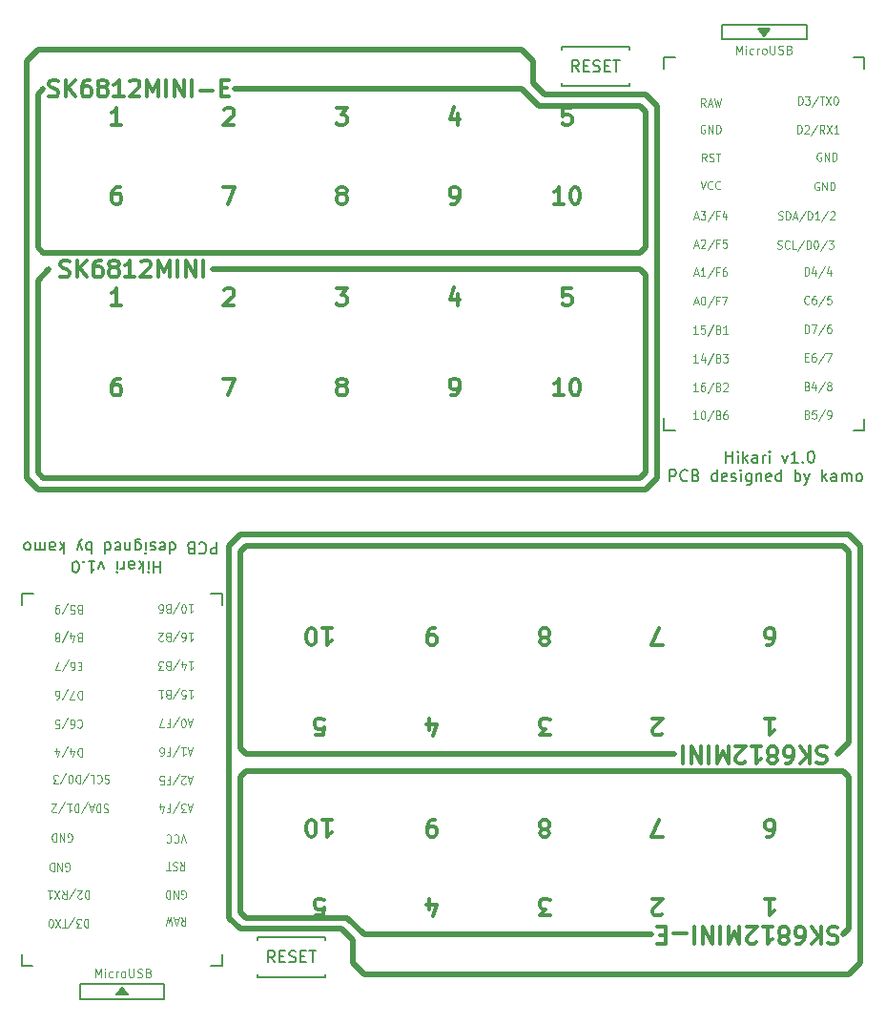
<source format=gto>
G04 #@! TF.GenerationSoftware,KiCad,Pcbnew,5.1.8*
G04 #@! TF.CreationDate,2020-12-11T01:20:56+09:00*
G04 #@! TF.ProjectId,hikari,68696b61-7269-42e6-9b69-6361645f7063,rev?*
G04 #@! TF.SameCoordinates,Original*
G04 #@! TF.FileFunction,Legend,Top*
G04 #@! TF.FilePolarity,Positive*
%FSLAX46Y46*%
G04 Gerber Fmt 4.6, Leading zero omitted, Abs format (unit mm)*
G04 Created by KiCad (PCBNEW 5.1.8) date 2020-12-11 01:20:56*
%MOMM*%
%LPD*%
G01*
G04 APERTURE LIST*
%ADD10C,0.500000*%
%ADD11C,0.300000*%
%ADD12C,0.150000*%
%ADD13C,0.125000*%
%ADD14C,0.120000*%
G04 APERTURE END LIST*
D10*
X165000000Y-124000000D02*
X165000000Y-110500000D01*
X111500000Y-110000000D02*
X111000000Y-110500000D01*
X111000000Y-110500000D02*
X111000000Y-122500000D01*
X111500000Y-108500000D02*
X111000000Y-108000000D01*
D11*
X117642857Y-106821428D02*
X118357142Y-106821428D01*
X118428571Y-106107142D01*
X118357142Y-106178571D01*
X118214285Y-106250000D01*
X117857142Y-106250000D01*
X117714285Y-106178571D01*
X117642857Y-106107142D01*
X117571428Y-105964285D01*
X117571428Y-105607142D01*
X117642857Y-105464285D01*
X117714285Y-105392857D01*
X117857142Y-105321428D01*
X118214285Y-105321428D01*
X118357142Y-105392857D01*
X118428571Y-105464285D01*
D10*
X164500000Y-90000000D02*
X111500000Y-90000000D01*
X111000000Y-122500000D02*
X111500000Y-123000000D01*
D11*
X148428571Y-106678571D02*
X148357142Y-106750000D01*
X148214285Y-106821428D01*
X147857142Y-106821428D01*
X147714285Y-106750000D01*
X147642857Y-106678571D01*
X147571428Y-106535714D01*
X147571428Y-106392857D01*
X147642857Y-106178571D01*
X148500000Y-105321428D01*
X147571428Y-105321428D01*
D10*
X165000000Y-107500000D02*
X164000000Y-108500000D01*
X121000000Y-125000000D02*
X121000000Y-127000000D01*
X110000000Y-123000000D02*
X111000000Y-124000000D01*
X111000000Y-90500000D02*
X111000000Y-108000000D01*
X165000000Y-107500000D02*
X165000000Y-90500000D01*
D11*
X128285714Y-97321428D02*
X128000000Y-97321428D01*
X127857142Y-97392857D01*
X127785714Y-97464285D01*
X127642857Y-97678571D01*
X127571428Y-97964285D01*
X127571428Y-98535714D01*
X127642857Y-98678571D01*
X127714285Y-98750000D01*
X127857142Y-98821428D01*
X128142857Y-98821428D01*
X128285714Y-98750000D01*
X128357142Y-98678571D01*
X128428571Y-98535714D01*
X128428571Y-98178571D01*
X128357142Y-98035714D01*
X128285714Y-97964285D01*
X128142857Y-97892857D01*
X127857142Y-97892857D01*
X127714285Y-97964285D01*
X127642857Y-98035714D01*
X127571428Y-98178571D01*
X118285714Y-97321428D02*
X119142857Y-97321428D01*
X118714285Y-97321428D02*
X118714285Y-98821428D01*
X118857142Y-98607142D01*
X119000000Y-98464285D01*
X119142857Y-98392857D01*
X117357142Y-98821428D02*
X117214285Y-98821428D01*
X117071428Y-98750000D01*
X117000000Y-98678571D01*
X116928571Y-98535714D01*
X116857142Y-98250000D01*
X116857142Y-97892857D01*
X116928571Y-97607142D01*
X117000000Y-97464285D01*
X117071428Y-97392857D01*
X117214285Y-97321428D01*
X117357142Y-97321428D01*
X117500000Y-97392857D01*
X117571428Y-97464285D01*
X117642857Y-97607142D01*
X117714285Y-97892857D01*
X117714285Y-98250000D01*
X117642857Y-98535714D01*
X117571428Y-98678571D01*
X117500000Y-98750000D01*
X117357142Y-98821428D01*
D10*
X166000000Y-127000000D02*
X166000000Y-90000000D01*
X110000000Y-90000000D02*
X110000000Y-123000000D01*
D11*
X164019285Y-123892857D02*
X163805000Y-123821428D01*
X163447857Y-123821428D01*
X163305000Y-123892857D01*
X163233571Y-123964285D01*
X163162142Y-124107142D01*
X163162142Y-124250000D01*
X163233571Y-124392857D01*
X163305000Y-124464285D01*
X163447857Y-124535714D01*
X163733571Y-124607142D01*
X163876428Y-124678571D01*
X163947857Y-124750000D01*
X164019285Y-124892857D01*
X164019285Y-125035714D01*
X163947857Y-125178571D01*
X163876428Y-125250000D01*
X163733571Y-125321428D01*
X163376428Y-125321428D01*
X163162142Y-125250000D01*
X162519285Y-123821428D02*
X162519285Y-125321428D01*
X161662142Y-123821428D02*
X162305000Y-124678571D01*
X161662142Y-125321428D02*
X162519285Y-124464285D01*
X160376428Y-125321428D02*
X160662142Y-125321428D01*
X160805000Y-125250000D01*
X160876428Y-125178571D01*
X161019285Y-124964285D01*
X161090714Y-124678571D01*
X161090714Y-124107142D01*
X161019285Y-123964285D01*
X160947857Y-123892857D01*
X160805000Y-123821428D01*
X160519285Y-123821428D01*
X160376428Y-123892857D01*
X160305000Y-123964285D01*
X160233571Y-124107142D01*
X160233571Y-124464285D01*
X160305000Y-124607142D01*
X160376428Y-124678571D01*
X160519285Y-124750000D01*
X160805000Y-124750000D01*
X160947857Y-124678571D01*
X161019285Y-124607142D01*
X161090714Y-124464285D01*
X159376428Y-124678571D02*
X159519285Y-124750000D01*
X159590714Y-124821428D01*
X159662142Y-124964285D01*
X159662142Y-125035714D01*
X159590714Y-125178571D01*
X159519285Y-125250000D01*
X159376428Y-125321428D01*
X159090714Y-125321428D01*
X158947857Y-125250000D01*
X158876428Y-125178571D01*
X158805000Y-125035714D01*
X158805000Y-124964285D01*
X158876428Y-124821428D01*
X158947857Y-124750000D01*
X159090714Y-124678571D01*
X159376428Y-124678571D01*
X159519285Y-124607142D01*
X159590714Y-124535714D01*
X159662142Y-124392857D01*
X159662142Y-124107142D01*
X159590714Y-123964285D01*
X159519285Y-123892857D01*
X159376428Y-123821428D01*
X159090714Y-123821428D01*
X158947857Y-123892857D01*
X158876428Y-123964285D01*
X158805000Y-124107142D01*
X158805000Y-124392857D01*
X158876428Y-124535714D01*
X158947857Y-124607142D01*
X159090714Y-124678571D01*
X157376428Y-123821428D02*
X158233571Y-123821428D01*
X157805000Y-123821428D02*
X157805000Y-125321428D01*
X157947857Y-125107142D01*
X158090714Y-124964285D01*
X158233571Y-124892857D01*
X156805000Y-125178571D02*
X156733571Y-125250000D01*
X156590714Y-125321428D01*
X156233571Y-125321428D01*
X156090714Y-125250000D01*
X156019285Y-125178571D01*
X155947857Y-125035714D01*
X155947857Y-124892857D01*
X156019285Y-124678571D01*
X156876428Y-123821428D01*
X155947857Y-123821428D01*
X155305000Y-123821428D02*
X155305000Y-125321428D01*
X154805000Y-124250000D01*
X154305000Y-125321428D01*
X154305000Y-123821428D01*
X153590714Y-123821428D02*
X153590714Y-125321428D01*
X152876428Y-123821428D02*
X152876428Y-125321428D01*
X152019285Y-123821428D01*
X152019285Y-125321428D01*
X151305000Y-123821428D02*
X151305000Y-125321428D01*
X150590714Y-124392857D02*
X149447857Y-124392857D01*
X148733571Y-124607142D02*
X148233571Y-124607142D01*
X148019285Y-123821428D02*
X148733571Y-123821428D01*
X148733571Y-125321428D01*
X148019285Y-125321428D01*
X157714285Y-98821428D02*
X158000000Y-98821428D01*
X158142857Y-98750000D01*
X158214285Y-98678571D01*
X158357142Y-98464285D01*
X158428571Y-98178571D01*
X158428571Y-97607142D01*
X158357142Y-97464285D01*
X158285714Y-97392857D01*
X158142857Y-97321428D01*
X157857142Y-97321428D01*
X157714285Y-97392857D01*
X157642857Y-97464285D01*
X157571428Y-97607142D01*
X157571428Y-97964285D01*
X157642857Y-98107142D01*
X157714285Y-98178571D01*
X157857142Y-98250000D01*
X158142857Y-98250000D01*
X158285714Y-98178571D01*
X158357142Y-98107142D01*
X158428571Y-97964285D01*
D10*
X166000000Y-90000000D02*
X165000000Y-89000000D01*
X111000000Y-124000000D02*
X120000000Y-124000000D01*
X121000000Y-127000000D02*
X122000000Y-128000000D01*
D11*
X148500000Y-115821428D02*
X147500000Y-115821428D01*
X148142857Y-114321428D01*
D10*
X165000000Y-89000000D02*
X111000000Y-89000000D01*
X111500000Y-90000000D02*
X111000000Y-90500000D01*
D11*
X118285714Y-114321428D02*
X119142857Y-114321428D01*
X118714285Y-114321428D02*
X118714285Y-115821428D01*
X118857142Y-115607142D01*
X119000000Y-115464285D01*
X119142857Y-115392857D01*
X117357142Y-115821428D02*
X117214285Y-115821428D01*
X117071428Y-115750000D01*
X117000000Y-115678571D01*
X116928571Y-115535714D01*
X116857142Y-115250000D01*
X116857142Y-114892857D01*
X116928571Y-114607142D01*
X117000000Y-114464285D01*
X117071428Y-114392857D01*
X117214285Y-114321428D01*
X117357142Y-114321428D01*
X117500000Y-114392857D01*
X117571428Y-114464285D01*
X117642857Y-114607142D01*
X117714285Y-114892857D01*
X117714285Y-115250000D01*
X117642857Y-115535714D01*
X117571428Y-115678571D01*
X117500000Y-115750000D01*
X117357142Y-115821428D01*
X127714285Y-122321428D02*
X127714285Y-121321428D01*
X128071428Y-122892857D02*
X128428571Y-121821428D01*
X127500000Y-121821428D01*
X117642857Y-122821428D02*
X118357142Y-122821428D01*
X118428571Y-122107142D01*
X118357142Y-122178571D01*
X118214285Y-122250000D01*
X117857142Y-122250000D01*
X117714285Y-122178571D01*
X117642857Y-122107142D01*
X117571428Y-121964285D01*
X117571428Y-121607142D01*
X117642857Y-121464285D01*
X117714285Y-121392857D01*
X117857142Y-121321428D01*
X118214285Y-121321428D01*
X118357142Y-121392857D01*
X118428571Y-121464285D01*
D10*
X165000000Y-110500000D02*
X164500000Y-110000000D01*
X165000000Y-90500000D02*
X164500000Y-90000000D01*
X111500000Y-123000000D02*
X120500000Y-123000000D01*
X122000000Y-128000000D02*
X165000000Y-128000000D01*
D11*
X157571428Y-121321428D02*
X158428571Y-121321428D01*
X158000000Y-121321428D02*
X158000000Y-122821428D01*
X158142857Y-122607142D01*
X158285714Y-122464285D01*
X158428571Y-122392857D01*
D10*
X164500000Y-124500000D02*
X165000000Y-124000000D01*
D11*
X157571428Y-105321428D02*
X158428571Y-105321428D01*
X158000000Y-105321428D02*
X158000000Y-106821428D01*
X158142857Y-106607142D01*
X158285714Y-106464285D01*
X158428571Y-106392857D01*
X138142857Y-98178571D02*
X138285714Y-98250000D01*
X138357142Y-98321428D01*
X138428571Y-98464285D01*
X138428571Y-98535714D01*
X138357142Y-98678571D01*
X138285714Y-98750000D01*
X138142857Y-98821428D01*
X137857142Y-98821428D01*
X137714285Y-98750000D01*
X137642857Y-98678571D01*
X137571428Y-98535714D01*
X137571428Y-98464285D01*
X137642857Y-98321428D01*
X137714285Y-98250000D01*
X137857142Y-98178571D01*
X138142857Y-98178571D01*
X138285714Y-98107142D01*
X138357142Y-98035714D01*
X138428571Y-97892857D01*
X138428571Y-97607142D01*
X138357142Y-97464285D01*
X138285714Y-97392857D01*
X138142857Y-97321428D01*
X137857142Y-97321428D01*
X137714285Y-97392857D01*
X137642857Y-97464285D01*
X137571428Y-97607142D01*
X137571428Y-97892857D01*
X137642857Y-98035714D01*
X137714285Y-98107142D01*
X137857142Y-98178571D01*
D10*
X111000000Y-89000000D02*
X110000000Y-90000000D01*
D11*
X157714285Y-115821428D02*
X158000000Y-115821428D01*
X158142857Y-115750000D01*
X158214285Y-115678571D01*
X158357142Y-115464285D01*
X158428571Y-115178571D01*
X158428571Y-114607142D01*
X158357142Y-114464285D01*
X158285714Y-114392857D01*
X158142857Y-114321428D01*
X157857142Y-114321428D01*
X157714285Y-114392857D01*
X157642857Y-114464285D01*
X157571428Y-114607142D01*
X157571428Y-114964285D01*
X157642857Y-115107142D01*
X157714285Y-115178571D01*
X157857142Y-115250000D01*
X158142857Y-115250000D01*
X158285714Y-115178571D01*
X158357142Y-115107142D01*
X158428571Y-114964285D01*
D10*
X120000000Y-124000000D02*
X121000000Y-125000000D01*
D11*
X138142857Y-115178571D02*
X138285714Y-115250000D01*
X138357142Y-115321428D01*
X138428571Y-115464285D01*
X138428571Y-115535714D01*
X138357142Y-115678571D01*
X138285714Y-115750000D01*
X138142857Y-115821428D01*
X137857142Y-115821428D01*
X137714285Y-115750000D01*
X137642857Y-115678571D01*
X137571428Y-115535714D01*
X137571428Y-115464285D01*
X137642857Y-115321428D01*
X137714285Y-115250000D01*
X137857142Y-115178571D01*
X138142857Y-115178571D01*
X138285714Y-115107142D01*
X138357142Y-115035714D01*
X138428571Y-114892857D01*
X138428571Y-114607142D01*
X138357142Y-114464285D01*
X138285714Y-114392857D01*
X138142857Y-114321428D01*
X137857142Y-114321428D01*
X137714285Y-114392857D01*
X137642857Y-114464285D01*
X137571428Y-114607142D01*
X137571428Y-114892857D01*
X137642857Y-115035714D01*
X137714285Y-115107142D01*
X137857142Y-115178571D01*
D10*
X164500000Y-110000000D02*
X111500000Y-110000000D01*
D11*
X163019285Y-107892857D02*
X162805000Y-107821428D01*
X162447857Y-107821428D01*
X162305000Y-107892857D01*
X162233571Y-107964285D01*
X162162142Y-108107142D01*
X162162142Y-108250000D01*
X162233571Y-108392857D01*
X162305000Y-108464285D01*
X162447857Y-108535714D01*
X162733571Y-108607142D01*
X162876428Y-108678571D01*
X162947857Y-108750000D01*
X163019285Y-108892857D01*
X163019285Y-109035714D01*
X162947857Y-109178571D01*
X162876428Y-109250000D01*
X162733571Y-109321428D01*
X162376428Y-109321428D01*
X162162142Y-109250000D01*
X161519285Y-107821428D02*
X161519285Y-109321428D01*
X160662142Y-107821428D02*
X161305000Y-108678571D01*
X160662142Y-109321428D02*
X161519285Y-108464285D01*
X159376428Y-109321428D02*
X159662142Y-109321428D01*
X159805000Y-109250000D01*
X159876428Y-109178571D01*
X160019285Y-108964285D01*
X160090714Y-108678571D01*
X160090714Y-108107142D01*
X160019285Y-107964285D01*
X159947857Y-107892857D01*
X159805000Y-107821428D01*
X159519285Y-107821428D01*
X159376428Y-107892857D01*
X159305000Y-107964285D01*
X159233571Y-108107142D01*
X159233571Y-108464285D01*
X159305000Y-108607142D01*
X159376428Y-108678571D01*
X159519285Y-108750000D01*
X159805000Y-108750000D01*
X159947857Y-108678571D01*
X160019285Y-108607142D01*
X160090714Y-108464285D01*
X158376428Y-108678571D02*
X158519285Y-108750000D01*
X158590714Y-108821428D01*
X158662142Y-108964285D01*
X158662142Y-109035714D01*
X158590714Y-109178571D01*
X158519285Y-109250000D01*
X158376428Y-109321428D01*
X158090714Y-109321428D01*
X157947857Y-109250000D01*
X157876428Y-109178571D01*
X157805000Y-109035714D01*
X157805000Y-108964285D01*
X157876428Y-108821428D01*
X157947857Y-108750000D01*
X158090714Y-108678571D01*
X158376428Y-108678571D01*
X158519285Y-108607142D01*
X158590714Y-108535714D01*
X158662142Y-108392857D01*
X158662142Y-108107142D01*
X158590714Y-107964285D01*
X158519285Y-107892857D01*
X158376428Y-107821428D01*
X158090714Y-107821428D01*
X157947857Y-107892857D01*
X157876428Y-107964285D01*
X157805000Y-108107142D01*
X157805000Y-108392857D01*
X157876428Y-108535714D01*
X157947857Y-108607142D01*
X158090714Y-108678571D01*
X156376428Y-107821428D02*
X157233571Y-107821428D01*
X156805000Y-107821428D02*
X156805000Y-109321428D01*
X156947857Y-109107142D01*
X157090714Y-108964285D01*
X157233571Y-108892857D01*
X155805000Y-109178571D02*
X155733571Y-109250000D01*
X155590714Y-109321428D01*
X155233571Y-109321428D01*
X155090714Y-109250000D01*
X155019285Y-109178571D01*
X154947857Y-109035714D01*
X154947857Y-108892857D01*
X155019285Y-108678571D01*
X155876428Y-107821428D01*
X154947857Y-107821428D01*
X154305000Y-107821428D02*
X154305000Y-109321428D01*
X153805000Y-108250000D01*
X153305000Y-109321428D01*
X153305000Y-107821428D01*
X152590714Y-107821428D02*
X152590714Y-109321428D01*
X151876428Y-107821428D02*
X151876428Y-109321428D01*
X151019285Y-107821428D01*
X151019285Y-109321428D01*
X150305000Y-107821428D02*
X150305000Y-109321428D01*
X127714285Y-106321428D02*
X127714285Y-105321428D01*
X128071428Y-106892857D02*
X128428571Y-105821428D01*
X127500000Y-105821428D01*
D10*
X147500000Y-124500000D02*
X122000000Y-124500000D01*
X120500000Y-123000000D02*
X122000000Y-124500000D01*
D11*
X148500000Y-98821428D02*
X147500000Y-98821428D01*
X148142857Y-97321428D01*
D10*
X149500000Y-108500000D02*
X111500000Y-108500000D01*
D11*
X138500000Y-122821428D02*
X137571428Y-122821428D01*
X138071428Y-122250000D01*
X137857142Y-122250000D01*
X137714285Y-122178571D01*
X137642857Y-122107142D01*
X137571428Y-121964285D01*
X137571428Y-121607142D01*
X137642857Y-121464285D01*
X137714285Y-121392857D01*
X137857142Y-121321428D01*
X138285714Y-121321428D01*
X138428571Y-121392857D01*
X138500000Y-121464285D01*
X128285714Y-114321428D02*
X128000000Y-114321428D01*
X127857142Y-114392857D01*
X127785714Y-114464285D01*
X127642857Y-114678571D01*
X127571428Y-114964285D01*
X127571428Y-115535714D01*
X127642857Y-115678571D01*
X127714285Y-115750000D01*
X127857142Y-115821428D01*
X128142857Y-115821428D01*
X128285714Y-115750000D01*
X128357142Y-115678571D01*
X128428571Y-115535714D01*
X128428571Y-115178571D01*
X128357142Y-115035714D01*
X128285714Y-114964285D01*
X128142857Y-114892857D01*
X127857142Y-114892857D01*
X127714285Y-114964285D01*
X127642857Y-115035714D01*
X127571428Y-115178571D01*
D10*
X165000000Y-128000000D02*
X166000000Y-127000000D01*
D12*
X103880952Y-91372619D02*
X103880952Y-92372619D01*
X103880952Y-91896428D02*
X103309523Y-91896428D01*
X103309523Y-91372619D02*
X103309523Y-92372619D01*
X102833333Y-91372619D02*
X102833333Y-92039285D01*
X102833333Y-92372619D02*
X102880952Y-92325000D01*
X102833333Y-92277380D01*
X102785714Y-92325000D01*
X102833333Y-92372619D01*
X102833333Y-92277380D01*
X102357142Y-91372619D02*
X102357142Y-92372619D01*
X102261904Y-91753571D02*
X101976190Y-91372619D01*
X101976190Y-92039285D02*
X102357142Y-91658333D01*
X101119047Y-91372619D02*
X101119047Y-91896428D01*
X101166666Y-91991666D01*
X101261904Y-92039285D01*
X101452380Y-92039285D01*
X101547619Y-91991666D01*
X101119047Y-91420238D02*
X101214285Y-91372619D01*
X101452380Y-91372619D01*
X101547619Y-91420238D01*
X101595238Y-91515476D01*
X101595238Y-91610714D01*
X101547619Y-91705952D01*
X101452380Y-91753571D01*
X101214285Y-91753571D01*
X101119047Y-91801190D01*
X100642857Y-91372619D02*
X100642857Y-92039285D01*
X100642857Y-91848809D02*
X100595238Y-91944047D01*
X100547619Y-91991666D01*
X100452380Y-92039285D01*
X100357142Y-92039285D01*
X100023809Y-91372619D02*
X100023809Y-92039285D01*
X100023809Y-92372619D02*
X100071428Y-92325000D01*
X100023809Y-92277380D01*
X99976190Y-92325000D01*
X100023809Y-92372619D01*
X100023809Y-92277380D01*
X98880952Y-92039285D02*
X98642857Y-91372619D01*
X98404761Y-92039285D01*
X97500000Y-91372619D02*
X98071428Y-91372619D01*
X97785714Y-91372619D02*
X97785714Y-92372619D01*
X97880952Y-92229761D01*
X97976190Y-92134523D01*
X98071428Y-92086904D01*
X97071428Y-91467857D02*
X97023809Y-91420238D01*
X97071428Y-91372619D01*
X97119047Y-91420238D01*
X97071428Y-91467857D01*
X97071428Y-91372619D01*
X96404761Y-92372619D02*
X96309523Y-92372619D01*
X96214285Y-92325000D01*
X96166666Y-92277380D01*
X96119047Y-92182142D01*
X96071428Y-91991666D01*
X96071428Y-91753571D01*
X96119047Y-91563095D01*
X96166666Y-91467857D01*
X96214285Y-91420238D01*
X96309523Y-91372619D01*
X96404761Y-91372619D01*
X96500000Y-91420238D01*
X96547619Y-91467857D01*
X96595238Y-91563095D01*
X96642857Y-91753571D01*
X96642857Y-91991666D01*
X96595238Y-92182142D01*
X96547619Y-92277380D01*
X96500000Y-92325000D01*
X96404761Y-92372619D01*
X108904761Y-89722619D02*
X108904761Y-90722619D01*
X108523809Y-90722619D01*
X108428571Y-90675000D01*
X108380952Y-90627380D01*
X108333333Y-90532142D01*
X108333333Y-90389285D01*
X108380952Y-90294047D01*
X108428571Y-90246428D01*
X108523809Y-90198809D01*
X108904761Y-90198809D01*
X107333333Y-89817857D02*
X107380952Y-89770238D01*
X107523809Y-89722619D01*
X107619047Y-89722619D01*
X107761904Y-89770238D01*
X107857142Y-89865476D01*
X107904761Y-89960714D01*
X107952380Y-90151190D01*
X107952380Y-90294047D01*
X107904761Y-90484523D01*
X107857142Y-90579761D01*
X107761904Y-90675000D01*
X107619047Y-90722619D01*
X107523809Y-90722619D01*
X107380952Y-90675000D01*
X107333333Y-90627380D01*
X106571428Y-90246428D02*
X106428571Y-90198809D01*
X106380952Y-90151190D01*
X106333333Y-90055952D01*
X106333333Y-89913095D01*
X106380952Y-89817857D01*
X106428571Y-89770238D01*
X106523809Y-89722619D01*
X106904761Y-89722619D01*
X106904761Y-90722619D01*
X106571428Y-90722619D01*
X106476190Y-90675000D01*
X106428571Y-90627380D01*
X106380952Y-90532142D01*
X106380952Y-90436904D01*
X106428571Y-90341666D01*
X106476190Y-90294047D01*
X106571428Y-90246428D01*
X106904761Y-90246428D01*
X104714285Y-89722619D02*
X104714285Y-90722619D01*
X104714285Y-89770238D02*
X104809523Y-89722619D01*
X105000000Y-89722619D01*
X105095238Y-89770238D01*
X105142857Y-89817857D01*
X105190476Y-89913095D01*
X105190476Y-90198809D01*
X105142857Y-90294047D01*
X105095238Y-90341666D01*
X105000000Y-90389285D01*
X104809523Y-90389285D01*
X104714285Y-90341666D01*
X103857142Y-89770238D02*
X103952380Y-89722619D01*
X104142857Y-89722619D01*
X104238095Y-89770238D01*
X104285714Y-89865476D01*
X104285714Y-90246428D01*
X104238095Y-90341666D01*
X104142857Y-90389285D01*
X103952380Y-90389285D01*
X103857142Y-90341666D01*
X103809523Y-90246428D01*
X103809523Y-90151190D01*
X104285714Y-90055952D01*
X103428571Y-89770238D02*
X103333333Y-89722619D01*
X103142857Y-89722619D01*
X103047619Y-89770238D01*
X103000000Y-89865476D01*
X103000000Y-89913095D01*
X103047619Y-90008333D01*
X103142857Y-90055952D01*
X103285714Y-90055952D01*
X103380952Y-90103571D01*
X103428571Y-90198809D01*
X103428571Y-90246428D01*
X103380952Y-90341666D01*
X103285714Y-90389285D01*
X103142857Y-90389285D01*
X103047619Y-90341666D01*
X102571428Y-89722619D02*
X102571428Y-90389285D01*
X102571428Y-90722619D02*
X102619047Y-90675000D01*
X102571428Y-90627380D01*
X102523809Y-90675000D01*
X102571428Y-90722619D01*
X102571428Y-90627380D01*
X101666666Y-90389285D02*
X101666666Y-89579761D01*
X101714285Y-89484523D01*
X101761904Y-89436904D01*
X101857142Y-89389285D01*
X102000000Y-89389285D01*
X102095238Y-89436904D01*
X101666666Y-89770238D02*
X101761904Y-89722619D01*
X101952380Y-89722619D01*
X102047619Y-89770238D01*
X102095238Y-89817857D01*
X102142857Y-89913095D01*
X102142857Y-90198809D01*
X102095238Y-90294047D01*
X102047619Y-90341666D01*
X101952380Y-90389285D01*
X101761904Y-90389285D01*
X101666666Y-90341666D01*
X101190476Y-90389285D02*
X101190476Y-89722619D01*
X101190476Y-90294047D02*
X101142857Y-90341666D01*
X101047619Y-90389285D01*
X100904761Y-90389285D01*
X100809523Y-90341666D01*
X100761904Y-90246428D01*
X100761904Y-89722619D01*
X99904761Y-89770238D02*
X100000000Y-89722619D01*
X100190476Y-89722619D01*
X100285714Y-89770238D01*
X100333333Y-89865476D01*
X100333333Y-90246428D01*
X100285714Y-90341666D01*
X100190476Y-90389285D01*
X100000000Y-90389285D01*
X99904761Y-90341666D01*
X99857142Y-90246428D01*
X99857142Y-90151190D01*
X100333333Y-90055952D01*
X99000000Y-89722619D02*
X99000000Y-90722619D01*
X99000000Y-89770238D02*
X99095238Y-89722619D01*
X99285714Y-89722619D01*
X99380952Y-89770238D01*
X99428571Y-89817857D01*
X99476190Y-89913095D01*
X99476190Y-90198809D01*
X99428571Y-90294047D01*
X99380952Y-90341666D01*
X99285714Y-90389285D01*
X99095238Y-90389285D01*
X99000000Y-90341666D01*
X97761904Y-89722619D02*
X97761904Y-90722619D01*
X97761904Y-90341666D02*
X97666666Y-90389285D01*
X97476190Y-90389285D01*
X97380952Y-90341666D01*
X97333333Y-90294047D01*
X97285714Y-90198809D01*
X97285714Y-89913095D01*
X97333333Y-89817857D01*
X97380952Y-89770238D01*
X97476190Y-89722619D01*
X97666666Y-89722619D01*
X97761904Y-89770238D01*
X96952380Y-90389285D02*
X96714285Y-89722619D01*
X96476190Y-90389285D02*
X96714285Y-89722619D01*
X96809523Y-89484523D01*
X96857142Y-89436904D01*
X96952380Y-89389285D01*
X95333333Y-89722619D02*
X95333333Y-90722619D01*
X95238095Y-90103571D02*
X94952380Y-89722619D01*
X94952380Y-90389285D02*
X95333333Y-90008333D01*
X94095238Y-89722619D02*
X94095238Y-90246428D01*
X94142857Y-90341666D01*
X94238095Y-90389285D01*
X94428571Y-90389285D01*
X94523809Y-90341666D01*
X94095238Y-89770238D02*
X94190476Y-89722619D01*
X94428571Y-89722619D01*
X94523809Y-89770238D01*
X94571428Y-89865476D01*
X94571428Y-89960714D01*
X94523809Y-90055952D01*
X94428571Y-90103571D01*
X94190476Y-90103571D01*
X94095238Y-90151190D01*
X93619047Y-89722619D02*
X93619047Y-90389285D01*
X93619047Y-90294047D02*
X93571428Y-90341666D01*
X93476190Y-90389285D01*
X93333333Y-90389285D01*
X93238095Y-90341666D01*
X93190476Y-90246428D01*
X93190476Y-89722619D01*
X93190476Y-90246428D02*
X93142857Y-90341666D01*
X93047619Y-90389285D01*
X92904761Y-90389285D01*
X92809523Y-90341666D01*
X92761904Y-90246428D01*
X92761904Y-89722619D01*
X92142857Y-89722619D02*
X92238095Y-89770238D01*
X92285714Y-89817857D01*
X92333333Y-89913095D01*
X92333333Y-90198809D01*
X92285714Y-90294047D01*
X92238095Y-90341666D01*
X92142857Y-90389285D01*
X92000000Y-90389285D01*
X91904761Y-90341666D01*
X91857142Y-90294047D01*
X91809523Y-90198809D01*
X91809523Y-89913095D01*
X91857142Y-89817857D01*
X91904761Y-89770238D01*
X92000000Y-89722619D01*
X92142857Y-89722619D01*
D11*
X138500000Y-106821428D02*
X137571428Y-106821428D01*
X138071428Y-106250000D01*
X137857142Y-106250000D01*
X137714285Y-106178571D01*
X137642857Y-106107142D01*
X137571428Y-105964285D01*
X137571428Y-105607142D01*
X137642857Y-105464285D01*
X137714285Y-105392857D01*
X137857142Y-105321428D01*
X138285714Y-105321428D01*
X138428571Y-105392857D01*
X138500000Y-105464285D01*
X148428571Y-122678571D02*
X148357142Y-122750000D01*
X148214285Y-122821428D01*
X147857142Y-122821428D01*
X147714285Y-122750000D01*
X147642857Y-122678571D01*
X147571428Y-122535714D01*
X147571428Y-122392857D01*
X147642857Y-122178571D01*
X148500000Y-121321428D01*
X147571428Y-121321428D01*
D10*
X110500000Y-49500000D02*
X136000000Y-49500000D01*
X147000000Y-63500000D02*
X147000000Y-51500000D01*
X146500000Y-64000000D02*
X147000000Y-63500000D01*
X93500000Y-64000000D02*
X146500000Y-64000000D01*
X93000000Y-63500000D02*
X93500000Y-64000000D01*
X93000000Y-50000000D02*
X93000000Y-63500000D01*
X93500000Y-49500000D02*
X93000000Y-50000000D01*
X146500000Y-65500000D02*
X147000000Y-66000000D01*
X108500000Y-65500000D02*
X146500000Y-65500000D01*
X93000000Y-66500000D02*
X94000000Y-65500000D01*
X137500000Y-51000000D02*
X136000000Y-49500000D01*
X146500000Y-51000000D02*
X137500000Y-51000000D01*
X147000000Y-51500000D02*
X146500000Y-51000000D01*
X147000000Y-83500000D02*
X147000000Y-66000000D01*
X146500000Y-84000000D02*
X147000000Y-83500000D01*
X93500000Y-84000000D02*
X146500000Y-84000000D01*
X93000000Y-83500000D02*
X93500000Y-84000000D01*
X93000000Y-66500000D02*
X93000000Y-83500000D01*
D12*
X154119047Y-82627380D02*
X154119047Y-81627380D01*
X154119047Y-82103571D02*
X154690476Y-82103571D01*
X154690476Y-82627380D02*
X154690476Y-81627380D01*
X155166666Y-82627380D02*
X155166666Y-81960714D01*
X155166666Y-81627380D02*
X155119047Y-81675000D01*
X155166666Y-81722619D01*
X155214285Y-81675000D01*
X155166666Y-81627380D01*
X155166666Y-81722619D01*
X155642857Y-82627380D02*
X155642857Y-81627380D01*
X155738095Y-82246428D02*
X156023809Y-82627380D01*
X156023809Y-81960714D02*
X155642857Y-82341666D01*
X156880952Y-82627380D02*
X156880952Y-82103571D01*
X156833333Y-82008333D01*
X156738095Y-81960714D01*
X156547619Y-81960714D01*
X156452380Y-82008333D01*
X156880952Y-82579761D02*
X156785714Y-82627380D01*
X156547619Y-82627380D01*
X156452380Y-82579761D01*
X156404761Y-82484523D01*
X156404761Y-82389285D01*
X156452380Y-82294047D01*
X156547619Y-82246428D01*
X156785714Y-82246428D01*
X156880952Y-82198809D01*
X157357142Y-82627380D02*
X157357142Y-81960714D01*
X157357142Y-82151190D02*
X157404761Y-82055952D01*
X157452380Y-82008333D01*
X157547619Y-81960714D01*
X157642857Y-81960714D01*
X157976190Y-82627380D02*
X157976190Y-81960714D01*
X157976190Y-81627380D02*
X157928571Y-81675000D01*
X157976190Y-81722619D01*
X158023809Y-81675000D01*
X157976190Y-81627380D01*
X157976190Y-81722619D01*
X159119047Y-81960714D02*
X159357142Y-82627380D01*
X159595238Y-81960714D01*
X160500000Y-82627380D02*
X159928571Y-82627380D01*
X160214285Y-82627380D02*
X160214285Y-81627380D01*
X160119047Y-81770238D01*
X160023809Y-81865476D01*
X159928571Y-81913095D01*
X160928571Y-82532142D02*
X160976190Y-82579761D01*
X160928571Y-82627380D01*
X160880952Y-82579761D01*
X160928571Y-82532142D01*
X160928571Y-82627380D01*
X161595238Y-81627380D02*
X161690476Y-81627380D01*
X161785714Y-81675000D01*
X161833333Y-81722619D01*
X161880952Y-81817857D01*
X161928571Y-82008333D01*
X161928571Y-82246428D01*
X161880952Y-82436904D01*
X161833333Y-82532142D01*
X161785714Y-82579761D01*
X161690476Y-82627380D01*
X161595238Y-82627380D01*
X161500000Y-82579761D01*
X161452380Y-82532142D01*
X161404761Y-82436904D01*
X161357142Y-82246428D01*
X161357142Y-82008333D01*
X161404761Y-81817857D01*
X161452380Y-81722619D01*
X161500000Y-81675000D01*
X161595238Y-81627380D01*
X149095238Y-84277380D02*
X149095238Y-83277380D01*
X149476190Y-83277380D01*
X149571428Y-83325000D01*
X149619047Y-83372619D01*
X149666666Y-83467857D01*
X149666666Y-83610714D01*
X149619047Y-83705952D01*
X149571428Y-83753571D01*
X149476190Y-83801190D01*
X149095238Y-83801190D01*
X150666666Y-84182142D02*
X150619047Y-84229761D01*
X150476190Y-84277380D01*
X150380952Y-84277380D01*
X150238095Y-84229761D01*
X150142857Y-84134523D01*
X150095238Y-84039285D01*
X150047619Y-83848809D01*
X150047619Y-83705952D01*
X150095238Y-83515476D01*
X150142857Y-83420238D01*
X150238095Y-83325000D01*
X150380952Y-83277380D01*
X150476190Y-83277380D01*
X150619047Y-83325000D01*
X150666666Y-83372619D01*
X151428571Y-83753571D02*
X151571428Y-83801190D01*
X151619047Y-83848809D01*
X151666666Y-83944047D01*
X151666666Y-84086904D01*
X151619047Y-84182142D01*
X151571428Y-84229761D01*
X151476190Y-84277380D01*
X151095238Y-84277380D01*
X151095238Y-83277380D01*
X151428571Y-83277380D01*
X151523809Y-83325000D01*
X151571428Y-83372619D01*
X151619047Y-83467857D01*
X151619047Y-83563095D01*
X151571428Y-83658333D01*
X151523809Y-83705952D01*
X151428571Y-83753571D01*
X151095238Y-83753571D01*
X153285714Y-84277380D02*
X153285714Y-83277380D01*
X153285714Y-84229761D02*
X153190476Y-84277380D01*
X153000000Y-84277380D01*
X152904761Y-84229761D01*
X152857142Y-84182142D01*
X152809523Y-84086904D01*
X152809523Y-83801190D01*
X152857142Y-83705952D01*
X152904761Y-83658333D01*
X153000000Y-83610714D01*
X153190476Y-83610714D01*
X153285714Y-83658333D01*
X154142857Y-84229761D02*
X154047619Y-84277380D01*
X153857142Y-84277380D01*
X153761904Y-84229761D01*
X153714285Y-84134523D01*
X153714285Y-83753571D01*
X153761904Y-83658333D01*
X153857142Y-83610714D01*
X154047619Y-83610714D01*
X154142857Y-83658333D01*
X154190476Y-83753571D01*
X154190476Y-83848809D01*
X153714285Y-83944047D01*
X154571428Y-84229761D02*
X154666666Y-84277380D01*
X154857142Y-84277380D01*
X154952380Y-84229761D01*
X155000000Y-84134523D01*
X155000000Y-84086904D01*
X154952380Y-83991666D01*
X154857142Y-83944047D01*
X154714285Y-83944047D01*
X154619047Y-83896428D01*
X154571428Y-83801190D01*
X154571428Y-83753571D01*
X154619047Y-83658333D01*
X154714285Y-83610714D01*
X154857142Y-83610714D01*
X154952380Y-83658333D01*
X155428571Y-84277380D02*
X155428571Y-83610714D01*
X155428571Y-83277380D02*
X155380952Y-83325000D01*
X155428571Y-83372619D01*
X155476190Y-83325000D01*
X155428571Y-83277380D01*
X155428571Y-83372619D01*
X156333333Y-83610714D02*
X156333333Y-84420238D01*
X156285714Y-84515476D01*
X156238095Y-84563095D01*
X156142857Y-84610714D01*
X156000000Y-84610714D01*
X155904761Y-84563095D01*
X156333333Y-84229761D02*
X156238095Y-84277380D01*
X156047619Y-84277380D01*
X155952380Y-84229761D01*
X155904761Y-84182142D01*
X155857142Y-84086904D01*
X155857142Y-83801190D01*
X155904761Y-83705952D01*
X155952380Y-83658333D01*
X156047619Y-83610714D01*
X156238095Y-83610714D01*
X156333333Y-83658333D01*
X156809523Y-83610714D02*
X156809523Y-84277380D01*
X156809523Y-83705952D02*
X156857142Y-83658333D01*
X156952380Y-83610714D01*
X157095238Y-83610714D01*
X157190476Y-83658333D01*
X157238095Y-83753571D01*
X157238095Y-84277380D01*
X158095238Y-84229761D02*
X158000000Y-84277380D01*
X157809523Y-84277380D01*
X157714285Y-84229761D01*
X157666666Y-84134523D01*
X157666666Y-83753571D01*
X157714285Y-83658333D01*
X157809523Y-83610714D01*
X158000000Y-83610714D01*
X158095238Y-83658333D01*
X158142857Y-83753571D01*
X158142857Y-83848809D01*
X157666666Y-83944047D01*
X159000000Y-84277380D02*
X159000000Y-83277380D01*
X159000000Y-84229761D02*
X158904761Y-84277380D01*
X158714285Y-84277380D01*
X158619047Y-84229761D01*
X158571428Y-84182142D01*
X158523809Y-84086904D01*
X158523809Y-83801190D01*
X158571428Y-83705952D01*
X158619047Y-83658333D01*
X158714285Y-83610714D01*
X158904761Y-83610714D01*
X159000000Y-83658333D01*
X160238095Y-84277380D02*
X160238095Y-83277380D01*
X160238095Y-83658333D02*
X160333333Y-83610714D01*
X160523809Y-83610714D01*
X160619047Y-83658333D01*
X160666666Y-83705952D01*
X160714285Y-83801190D01*
X160714285Y-84086904D01*
X160666666Y-84182142D01*
X160619047Y-84229761D01*
X160523809Y-84277380D01*
X160333333Y-84277380D01*
X160238095Y-84229761D01*
X161047619Y-83610714D02*
X161285714Y-84277380D01*
X161523809Y-83610714D02*
X161285714Y-84277380D01*
X161190476Y-84515476D01*
X161142857Y-84563095D01*
X161047619Y-84610714D01*
X162666666Y-84277380D02*
X162666666Y-83277380D01*
X162761904Y-83896428D02*
X163047619Y-84277380D01*
X163047619Y-83610714D02*
X162666666Y-83991666D01*
X163904761Y-84277380D02*
X163904761Y-83753571D01*
X163857142Y-83658333D01*
X163761904Y-83610714D01*
X163571428Y-83610714D01*
X163476190Y-83658333D01*
X163904761Y-84229761D02*
X163809523Y-84277380D01*
X163571428Y-84277380D01*
X163476190Y-84229761D01*
X163428571Y-84134523D01*
X163428571Y-84039285D01*
X163476190Y-83944047D01*
X163571428Y-83896428D01*
X163809523Y-83896428D01*
X163904761Y-83848809D01*
X164380952Y-84277380D02*
X164380952Y-83610714D01*
X164380952Y-83705952D02*
X164428571Y-83658333D01*
X164523809Y-83610714D01*
X164666666Y-83610714D01*
X164761904Y-83658333D01*
X164809523Y-83753571D01*
X164809523Y-84277380D01*
X164809523Y-83753571D02*
X164857142Y-83658333D01*
X164952380Y-83610714D01*
X165095238Y-83610714D01*
X165190476Y-83658333D01*
X165238095Y-83753571D01*
X165238095Y-84277380D01*
X165857142Y-84277380D02*
X165761904Y-84229761D01*
X165714285Y-84182142D01*
X165666666Y-84086904D01*
X165666666Y-83801190D01*
X165714285Y-83705952D01*
X165761904Y-83658333D01*
X165857142Y-83610714D01*
X166000000Y-83610714D01*
X166095238Y-83658333D01*
X166142857Y-83705952D01*
X166190476Y-83801190D01*
X166190476Y-84086904D01*
X166142857Y-84182142D01*
X166095238Y-84229761D01*
X166000000Y-84277380D01*
X165857142Y-84277380D01*
D10*
X93000000Y-46000000D02*
X92000000Y-47000000D01*
X136000000Y-46000000D02*
X93000000Y-46000000D01*
X137000000Y-47000000D02*
X136000000Y-46000000D01*
X137000000Y-49000000D02*
X137000000Y-47000000D01*
X138000000Y-50000000D02*
X137000000Y-49000000D01*
X147000000Y-50000000D02*
X138000000Y-50000000D01*
X148000000Y-51000000D02*
X147000000Y-50000000D01*
X148000000Y-84000000D02*
X148000000Y-51000000D01*
X147000000Y-85000000D02*
X148000000Y-84000000D01*
X93000000Y-85000000D02*
X147000000Y-85000000D01*
X92000000Y-84000000D02*
X93000000Y-85000000D01*
X92000000Y-47000000D02*
X92000000Y-84000000D01*
D11*
X94980714Y-66107142D02*
X95195000Y-66178571D01*
X95552142Y-66178571D01*
X95695000Y-66107142D01*
X95766428Y-66035714D01*
X95837857Y-65892857D01*
X95837857Y-65750000D01*
X95766428Y-65607142D01*
X95695000Y-65535714D01*
X95552142Y-65464285D01*
X95266428Y-65392857D01*
X95123571Y-65321428D01*
X95052142Y-65250000D01*
X94980714Y-65107142D01*
X94980714Y-64964285D01*
X95052142Y-64821428D01*
X95123571Y-64750000D01*
X95266428Y-64678571D01*
X95623571Y-64678571D01*
X95837857Y-64750000D01*
X96480714Y-66178571D02*
X96480714Y-64678571D01*
X97337857Y-66178571D02*
X96695000Y-65321428D01*
X97337857Y-64678571D02*
X96480714Y-65535714D01*
X98623571Y-64678571D02*
X98337857Y-64678571D01*
X98195000Y-64750000D01*
X98123571Y-64821428D01*
X97980714Y-65035714D01*
X97909285Y-65321428D01*
X97909285Y-65892857D01*
X97980714Y-66035714D01*
X98052142Y-66107142D01*
X98195000Y-66178571D01*
X98480714Y-66178571D01*
X98623571Y-66107142D01*
X98695000Y-66035714D01*
X98766428Y-65892857D01*
X98766428Y-65535714D01*
X98695000Y-65392857D01*
X98623571Y-65321428D01*
X98480714Y-65250000D01*
X98195000Y-65250000D01*
X98052142Y-65321428D01*
X97980714Y-65392857D01*
X97909285Y-65535714D01*
X99623571Y-65321428D02*
X99480714Y-65250000D01*
X99409285Y-65178571D01*
X99337857Y-65035714D01*
X99337857Y-64964285D01*
X99409285Y-64821428D01*
X99480714Y-64750000D01*
X99623571Y-64678571D01*
X99909285Y-64678571D01*
X100052142Y-64750000D01*
X100123571Y-64821428D01*
X100195000Y-64964285D01*
X100195000Y-65035714D01*
X100123571Y-65178571D01*
X100052142Y-65250000D01*
X99909285Y-65321428D01*
X99623571Y-65321428D01*
X99480714Y-65392857D01*
X99409285Y-65464285D01*
X99337857Y-65607142D01*
X99337857Y-65892857D01*
X99409285Y-66035714D01*
X99480714Y-66107142D01*
X99623571Y-66178571D01*
X99909285Y-66178571D01*
X100052142Y-66107142D01*
X100123571Y-66035714D01*
X100195000Y-65892857D01*
X100195000Y-65607142D01*
X100123571Y-65464285D01*
X100052142Y-65392857D01*
X99909285Y-65321428D01*
X101623571Y-66178571D02*
X100766428Y-66178571D01*
X101195000Y-66178571D02*
X101195000Y-64678571D01*
X101052142Y-64892857D01*
X100909285Y-65035714D01*
X100766428Y-65107142D01*
X102195000Y-64821428D02*
X102266428Y-64750000D01*
X102409285Y-64678571D01*
X102766428Y-64678571D01*
X102909285Y-64750000D01*
X102980714Y-64821428D01*
X103052142Y-64964285D01*
X103052142Y-65107142D01*
X102980714Y-65321428D01*
X102123571Y-66178571D01*
X103052142Y-66178571D01*
X103695000Y-66178571D02*
X103695000Y-64678571D01*
X104195000Y-65750000D01*
X104695000Y-64678571D01*
X104695000Y-66178571D01*
X105409285Y-66178571D02*
X105409285Y-64678571D01*
X106123571Y-66178571D02*
X106123571Y-64678571D01*
X106980714Y-66178571D01*
X106980714Y-64678571D01*
X107695000Y-66178571D02*
X107695000Y-64678571D01*
X139714285Y-76678571D02*
X138857142Y-76678571D01*
X139285714Y-76678571D02*
X139285714Y-75178571D01*
X139142857Y-75392857D01*
X139000000Y-75535714D01*
X138857142Y-75607142D01*
X140642857Y-75178571D02*
X140785714Y-75178571D01*
X140928571Y-75250000D01*
X141000000Y-75321428D01*
X141071428Y-75464285D01*
X141142857Y-75750000D01*
X141142857Y-76107142D01*
X141071428Y-76392857D01*
X141000000Y-76535714D01*
X140928571Y-76607142D01*
X140785714Y-76678571D01*
X140642857Y-76678571D01*
X140500000Y-76607142D01*
X140428571Y-76535714D01*
X140357142Y-76392857D01*
X140285714Y-76107142D01*
X140285714Y-75750000D01*
X140357142Y-75464285D01*
X140428571Y-75321428D01*
X140500000Y-75250000D01*
X140642857Y-75178571D01*
X129714285Y-76678571D02*
X130000000Y-76678571D01*
X130142857Y-76607142D01*
X130214285Y-76535714D01*
X130357142Y-76321428D01*
X130428571Y-76035714D01*
X130428571Y-75464285D01*
X130357142Y-75321428D01*
X130285714Y-75250000D01*
X130142857Y-75178571D01*
X129857142Y-75178571D01*
X129714285Y-75250000D01*
X129642857Y-75321428D01*
X129571428Y-75464285D01*
X129571428Y-75821428D01*
X129642857Y-75964285D01*
X129714285Y-76035714D01*
X129857142Y-76107142D01*
X130142857Y-76107142D01*
X130285714Y-76035714D01*
X130357142Y-75964285D01*
X130428571Y-75821428D01*
X119857142Y-75821428D02*
X119714285Y-75750000D01*
X119642857Y-75678571D01*
X119571428Y-75535714D01*
X119571428Y-75464285D01*
X119642857Y-75321428D01*
X119714285Y-75250000D01*
X119857142Y-75178571D01*
X120142857Y-75178571D01*
X120285714Y-75250000D01*
X120357142Y-75321428D01*
X120428571Y-75464285D01*
X120428571Y-75535714D01*
X120357142Y-75678571D01*
X120285714Y-75750000D01*
X120142857Y-75821428D01*
X119857142Y-75821428D01*
X119714285Y-75892857D01*
X119642857Y-75964285D01*
X119571428Y-76107142D01*
X119571428Y-76392857D01*
X119642857Y-76535714D01*
X119714285Y-76607142D01*
X119857142Y-76678571D01*
X120142857Y-76678571D01*
X120285714Y-76607142D01*
X120357142Y-76535714D01*
X120428571Y-76392857D01*
X120428571Y-76107142D01*
X120357142Y-75964285D01*
X120285714Y-75892857D01*
X120142857Y-75821428D01*
X109500000Y-75178571D02*
X110500000Y-75178571D01*
X109857142Y-76678571D01*
X100285714Y-75178571D02*
X100000000Y-75178571D01*
X99857142Y-75250000D01*
X99785714Y-75321428D01*
X99642857Y-75535714D01*
X99571428Y-75821428D01*
X99571428Y-76392857D01*
X99642857Y-76535714D01*
X99714285Y-76607142D01*
X99857142Y-76678571D01*
X100142857Y-76678571D01*
X100285714Y-76607142D01*
X100357142Y-76535714D01*
X100428571Y-76392857D01*
X100428571Y-76035714D01*
X100357142Y-75892857D01*
X100285714Y-75821428D01*
X100142857Y-75750000D01*
X99857142Y-75750000D01*
X99714285Y-75821428D01*
X99642857Y-75892857D01*
X99571428Y-76035714D01*
X140357142Y-67178571D02*
X139642857Y-67178571D01*
X139571428Y-67892857D01*
X139642857Y-67821428D01*
X139785714Y-67750000D01*
X140142857Y-67750000D01*
X140285714Y-67821428D01*
X140357142Y-67892857D01*
X140428571Y-68035714D01*
X140428571Y-68392857D01*
X140357142Y-68535714D01*
X140285714Y-68607142D01*
X140142857Y-68678571D01*
X139785714Y-68678571D01*
X139642857Y-68607142D01*
X139571428Y-68535714D01*
X130285714Y-67678571D02*
X130285714Y-68678571D01*
X129928571Y-67107142D02*
X129571428Y-68178571D01*
X130500000Y-68178571D01*
X119500000Y-67178571D02*
X120428571Y-67178571D01*
X119928571Y-67750000D01*
X120142857Y-67750000D01*
X120285714Y-67821428D01*
X120357142Y-67892857D01*
X120428571Y-68035714D01*
X120428571Y-68392857D01*
X120357142Y-68535714D01*
X120285714Y-68607142D01*
X120142857Y-68678571D01*
X119714285Y-68678571D01*
X119571428Y-68607142D01*
X119500000Y-68535714D01*
X109571428Y-67321428D02*
X109642857Y-67250000D01*
X109785714Y-67178571D01*
X110142857Y-67178571D01*
X110285714Y-67250000D01*
X110357142Y-67321428D01*
X110428571Y-67464285D01*
X110428571Y-67607142D01*
X110357142Y-67821428D01*
X109500000Y-68678571D01*
X110428571Y-68678571D01*
X100428571Y-68678571D02*
X99571428Y-68678571D01*
X100000000Y-68678571D02*
X100000000Y-67178571D01*
X99857142Y-67392857D01*
X99714285Y-67535714D01*
X99571428Y-67607142D01*
X140357142Y-51178571D02*
X139642857Y-51178571D01*
X139571428Y-51892857D01*
X139642857Y-51821428D01*
X139785714Y-51750000D01*
X140142857Y-51750000D01*
X140285714Y-51821428D01*
X140357142Y-51892857D01*
X140428571Y-52035714D01*
X140428571Y-52392857D01*
X140357142Y-52535714D01*
X140285714Y-52607142D01*
X140142857Y-52678571D01*
X139785714Y-52678571D01*
X139642857Y-52607142D01*
X139571428Y-52535714D01*
X139714285Y-59678571D02*
X138857142Y-59678571D01*
X139285714Y-59678571D02*
X139285714Y-58178571D01*
X139142857Y-58392857D01*
X139000000Y-58535714D01*
X138857142Y-58607142D01*
X140642857Y-58178571D02*
X140785714Y-58178571D01*
X140928571Y-58250000D01*
X141000000Y-58321428D01*
X141071428Y-58464285D01*
X141142857Y-58750000D01*
X141142857Y-59107142D01*
X141071428Y-59392857D01*
X141000000Y-59535714D01*
X140928571Y-59607142D01*
X140785714Y-59678571D01*
X140642857Y-59678571D01*
X140500000Y-59607142D01*
X140428571Y-59535714D01*
X140357142Y-59392857D01*
X140285714Y-59107142D01*
X140285714Y-58750000D01*
X140357142Y-58464285D01*
X140428571Y-58321428D01*
X140500000Y-58250000D01*
X140642857Y-58178571D01*
X129714285Y-59678571D02*
X130000000Y-59678571D01*
X130142857Y-59607142D01*
X130214285Y-59535714D01*
X130357142Y-59321428D01*
X130428571Y-59035714D01*
X130428571Y-58464285D01*
X130357142Y-58321428D01*
X130285714Y-58250000D01*
X130142857Y-58178571D01*
X129857142Y-58178571D01*
X129714285Y-58250000D01*
X129642857Y-58321428D01*
X129571428Y-58464285D01*
X129571428Y-58821428D01*
X129642857Y-58964285D01*
X129714285Y-59035714D01*
X129857142Y-59107142D01*
X130142857Y-59107142D01*
X130285714Y-59035714D01*
X130357142Y-58964285D01*
X130428571Y-58821428D01*
X119857142Y-58821428D02*
X119714285Y-58750000D01*
X119642857Y-58678571D01*
X119571428Y-58535714D01*
X119571428Y-58464285D01*
X119642857Y-58321428D01*
X119714285Y-58250000D01*
X119857142Y-58178571D01*
X120142857Y-58178571D01*
X120285714Y-58250000D01*
X120357142Y-58321428D01*
X120428571Y-58464285D01*
X120428571Y-58535714D01*
X120357142Y-58678571D01*
X120285714Y-58750000D01*
X120142857Y-58821428D01*
X119857142Y-58821428D01*
X119714285Y-58892857D01*
X119642857Y-58964285D01*
X119571428Y-59107142D01*
X119571428Y-59392857D01*
X119642857Y-59535714D01*
X119714285Y-59607142D01*
X119857142Y-59678571D01*
X120142857Y-59678571D01*
X120285714Y-59607142D01*
X120357142Y-59535714D01*
X120428571Y-59392857D01*
X120428571Y-59107142D01*
X120357142Y-58964285D01*
X120285714Y-58892857D01*
X120142857Y-58821428D01*
X109500000Y-58178571D02*
X110500000Y-58178571D01*
X109857142Y-59678571D01*
X100285714Y-58178571D02*
X100000000Y-58178571D01*
X99857142Y-58250000D01*
X99785714Y-58321428D01*
X99642857Y-58535714D01*
X99571428Y-58821428D01*
X99571428Y-59392857D01*
X99642857Y-59535714D01*
X99714285Y-59607142D01*
X99857142Y-59678571D01*
X100142857Y-59678571D01*
X100285714Y-59607142D01*
X100357142Y-59535714D01*
X100428571Y-59392857D01*
X100428571Y-59035714D01*
X100357142Y-58892857D01*
X100285714Y-58821428D01*
X100142857Y-58750000D01*
X99857142Y-58750000D01*
X99714285Y-58821428D01*
X99642857Y-58892857D01*
X99571428Y-59035714D01*
X130285714Y-51678571D02*
X130285714Y-52678571D01*
X129928571Y-51107142D02*
X129571428Y-52178571D01*
X130500000Y-52178571D01*
X119500000Y-51178571D02*
X120428571Y-51178571D01*
X119928571Y-51750000D01*
X120142857Y-51750000D01*
X120285714Y-51821428D01*
X120357142Y-51892857D01*
X120428571Y-52035714D01*
X120428571Y-52392857D01*
X120357142Y-52535714D01*
X120285714Y-52607142D01*
X120142857Y-52678571D01*
X119714285Y-52678571D01*
X119571428Y-52607142D01*
X119500000Y-52535714D01*
X109571428Y-51321428D02*
X109642857Y-51250000D01*
X109785714Y-51178571D01*
X110142857Y-51178571D01*
X110285714Y-51250000D01*
X110357142Y-51321428D01*
X110428571Y-51464285D01*
X110428571Y-51607142D01*
X110357142Y-51821428D01*
X109500000Y-52678571D01*
X110428571Y-52678571D01*
X100428571Y-52678571D02*
X99571428Y-52678571D01*
X100000000Y-52678571D02*
X100000000Y-51178571D01*
X99857142Y-51392857D01*
X99714285Y-51535714D01*
X99571428Y-51607142D01*
X93980714Y-50107142D02*
X94195000Y-50178571D01*
X94552142Y-50178571D01*
X94695000Y-50107142D01*
X94766428Y-50035714D01*
X94837857Y-49892857D01*
X94837857Y-49750000D01*
X94766428Y-49607142D01*
X94695000Y-49535714D01*
X94552142Y-49464285D01*
X94266428Y-49392857D01*
X94123571Y-49321428D01*
X94052142Y-49250000D01*
X93980714Y-49107142D01*
X93980714Y-48964285D01*
X94052142Y-48821428D01*
X94123571Y-48750000D01*
X94266428Y-48678571D01*
X94623571Y-48678571D01*
X94837857Y-48750000D01*
X95480714Y-50178571D02*
X95480714Y-48678571D01*
X96337857Y-50178571D02*
X95695000Y-49321428D01*
X96337857Y-48678571D02*
X95480714Y-49535714D01*
X97623571Y-48678571D02*
X97337857Y-48678571D01*
X97195000Y-48750000D01*
X97123571Y-48821428D01*
X96980714Y-49035714D01*
X96909285Y-49321428D01*
X96909285Y-49892857D01*
X96980714Y-50035714D01*
X97052142Y-50107142D01*
X97195000Y-50178571D01*
X97480714Y-50178571D01*
X97623571Y-50107142D01*
X97695000Y-50035714D01*
X97766428Y-49892857D01*
X97766428Y-49535714D01*
X97695000Y-49392857D01*
X97623571Y-49321428D01*
X97480714Y-49250000D01*
X97195000Y-49250000D01*
X97052142Y-49321428D01*
X96980714Y-49392857D01*
X96909285Y-49535714D01*
X98623571Y-49321428D02*
X98480714Y-49250000D01*
X98409285Y-49178571D01*
X98337857Y-49035714D01*
X98337857Y-48964285D01*
X98409285Y-48821428D01*
X98480714Y-48750000D01*
X98623571Y-48678571D01*
X98909285Y-48678571D01*
X99052142Y-48750000D01*
X99123571Y-48821428D01*
X99195000Y-48964285D01*
X99195000Y-49035714D01*
X99123571Y-49178571D01*
X99052142Y-49250000D01*
X98909285Y-49321428D01*
X98623571Y-49321428D01*
X98480714Y-49392857D01*
X98409285Y-49464285D01*
X98337857Y-49607142D01*
X98337857Y-49892857D01*
X98409285Y-50035714D01*
X98480714Y-50107142D01*
X98623571Y-50178571D01*
X98909285Y-50178571D01*
X99052142Y-50107142D01*
X99123571Y-50035714D01*
X99195000Y-49892857D01*
X99195000Y-49607142D01*
X99123571Y-49464285D01*
X99052142Y-49392857D01*
X98909285Y-49321428D01*
X100623571Y-50178571D02*
X99766428Y-50178571D01*
X100195000Y-50178571D02*
X100195000Y-48678571D01*
X100052142Y-48892857D01*
X99909285Y-49035714D01*
X99766428Y-49107142D01*
X101195000Y-48821428D02*
X101266428Y-48750000D01*
X101409285Y-48678571D01*
X101766428Y-48678571D01*
X101909285Y-48750000D01*
X101980714Y-48821428D01*
X102052142Y-48964285D01*
X102052142Y-49107142D01*
X101980714Y-49321428D01*
X101123571Y-50178571D01*
X102052142Y-50178571D01*
X102695000Y-50178571D02*
X102695000Y-48678571D01*
X103195000Y-49750000D01*
X103695000Y-48678571D01*
X103695000Y-50178571D01*
X104409285Y-50178571D02*
X104409285Y-48678571D01*
X105123571Y-50178571D02*
X105123571Y-48678571D01*
X105980714Y-50178571D01*
X105980714Y-48678571D01*
X106695000Y-50178571D02*
X106695000Y-48678571D01*
X107409285Y-49607142D02*
X108552142Y-49607142D01*
X109266428Y-49392857D02*
X109766428Y-49392857D01*
X109980714Y-50178571D02*
X109266428Y-50178571D01*
X109266428Y-48678571D01*
X109980714Y-48678571D01*
D12*
X100650000Y-129400000D02*
X100350000Y-129400000D01*
X100750000Y-129550000D02*
X100250000Y-129550000D01*
X100850000Y-129700000D02*
X100150000Y-129700000D01*
X100500000Y-129200000D02*
X101000000Y-129850000D01*
X100000000Y-129850000D02*
X100500000Y-129200000D01*
X101000000Y-129850000D02*
X100000000Y-129850000D01*
X96750000Y-130200000D02*
X104250000Y-130200000D01*
X96750000Y-128900000D02*
X96750000Y-130200000D01*
X104250000Y-128900000D02*
X96750000Y-128900000D01*
X104250000Y-130200000D02*
X104250000Y-128900000D01*
X109400000Y-127300000D02*
X109400000Y-126300000D01*
X91600000Y-127300000D02*
X91600000Y-126300000D01*
X109400000Y-127300000D02*
X108400000Y-127300000D01*
X91600000Y-127300000D02*
X92550000Y-127300000D01*
X109400000Y-95300000D02*
X109400000Y-94250000D01*
X91600000Y-95250000D02*
X91600000Y-94250000D01*
X109400000Y-94250000D02*
X108400000Y-94250000D01*
X91600000Y-94250000D02*
X92610000Y-94250000D01*
X112500000Y-128250000D02*
X118500000Y-128250000D01*
X118500000Y-128250000D02*
X118500000Y-128000000D01*
X112500000Y-128250000D02*
X112500000Y-128000000D01*
X112500000Y-124750000D02*
X112500000Y-125000000D01*
X112500000Y-124750000D02*
X118500000Y-124750000D01*
X118500000Y-124750000D02*
X118500000Y-125000000D01*
X145500000Y-45750000D02*
X139500000Y-45750000D01*
X139500000Y-45750000D02*
X139500000Y-46000000D01*
X145500000Y-45750000D02*
X145500000Y-46000000D01*
X145500000Y-49250000D02*
X145500000Y-49000000D01*
X145500000Y-49250000D02*
X139500000Y-49250000D01*
X139500000Y-49250000D02*
X139500000Y-49000000D01*
X157350000Y-44600000D02*
X157650000Y-44600000D01*
X157250000Y-44450000D02*
X157750000Y-44450000D01*
X157150000Y-44300000D02*
X157850000Y-44300000D01*
X157500000Y-44800000D02*
X157000000Y-44150000D01*
X158000000Y-44150000D02*
X157500000Y-44800000D01*
X157000000Y-44150000D02*
X158000000Y-44150000D01*
X161250000Y-43800000D02*
X153750000Y-43800000D01*
X161250000Y-45100000D02*
X161250000Y-43800000D01*
X153750000Y-45100000D02*
X161250000Y-45100000D01*
X153750000Y-43800000D02*
X153750000Y-45100000D01*
X148600000Y-46700000D02*
X148600000Y-47700000D01*
X166400000Y-46700000D02*
X166400000Y-47700000D01*
X148600000Y-46700000D02*
X149600000Y-46700000D01*
X166400000Y-46700000D02*
X165450000Y-46700000D01*
X148600000Y-78700000D02*
X148600000Y-79750000D01*
X166400000Y-78750000D02*
X166400000Y-79750000D01*
X148600000Y-79750000D02*
X149600000Y-79750000D01*
X166400000Y-79750000D02*
X165390000Y-79750000D01*
D13*
X105725119Y-122948214D02*
X105948452Y-123305357D01*
X106107976Y-122948214D02*
X106107976Y-123698214D01*
X105852738Y-123698214D01*
X105788928Y-123662500D01*
X105757023Y-123626785D01*
X105725119Y-123555357D01*
X105725119Y-123448214D01*
X105757023Y-123376785D01*
X105788928Y-123341071D01*
X105852738Y-123305357D01*
X106107976Y-123305357D01*
X105469880Y-123162500D02*
X105150833Y-123162500D01*
X105533690Y-122948214D02*
X105310357Y-123698214D01*
X105087023Y-122948214D01*
X104927500Y-123698214D02*
X104767976Y-122948214D01*
X104640357Y-123483928D01*
X104512738Y-122948214D01*
X104353214Y-123698214D01*
X105772976Y-121281250D02*
X105836785Y-121316964D01*
X105932500Y-121316964D01*
X106028214Y-121281250D01*
X106092023Y-121209821D01*
X106123928Y-121138392D01*
X106155833Y-120995535D01*
X106155833Y-120888392D01*
X106123928Y-120745535D01*
X106092023Y-120674107D01*
X106028214Y-120602678D01*
X105932500Y-120566964D01*
X105868690Y-120566964D01*
X105772976Y-120602678D01*
X105741071Y-120638392D01*
X105741071Y-120888392D01*
X105868690Y-120888392D01*
X105453928Y-120566964D02*
X105453928Y-121316964D01*
X105071071Y-120566964D01*
X105071071Y-121316964D01*
X104752023Y-120566964D02*
X104752023Y-121316964D01*
X104592500Y-121316964D01*
X104496785Y-121281250D01*
X104432976Y-121209821D01*
X104401071Y-121138392D01*
X104369166Y-120995535D01*
X104369166Y-120888392D01*
X104401071Y-120745535D01*
X104432976Y-120674107D01*
X104496785Y-120602678D01*
X104592500Y-120566964D01*
X104752023Y-120566964D01*
X105629404Y-118060714D02*
X105852738Y-118417857D01*
X106012261Y-118060714D02*
X106012261Y-118810714D01*
X105757023Y-118810714D01*
X105693214Y-118775000D01*
X105661309Y-118739285D01*
X105629404Y-118667857D01*
X105629404Y-118560714D01*
X105661309Y-118489285D01*
X105693214Y-118453571D01*
X105757023Y-118417857D01*
X106012261Y-118417857D01*
X105374166Y-118096428D02*
X105278452Y-118060714D01*
X105118928Y-118060714D01*
X105055119Y-118096428D01*
X105023214Y-118132142D01*
X104991309Y-118203571D01*
X104991309Y-118275000D01*
X105023214Y-118346428D01*
X105055119Y-118382142D01*
X105118928Y-118417857D01*
X105246547Y-118453571D01*
X105310357Y-118489285D01*
X105342261Y-118525000D01*
X105374166Y-118596428D01*
X105374166Y-118667857D01*
X105342261Y-118739285D01*
X105310357Y-118775000D01*
X105246547Y-118810714D01*
X105087023Y-118810714D01*
X104991309Y-118775000D01*
X104799880Y-118810714D02*
X104417023Y-118810714D01*
X104608452Y-118060714D02*
X104608452Y-118810714D01*
X106155833Y-116360714D02*
X105932500Y-115610714D01*
X105709166Y-116360714D01*
X105102976Y-115682142D02*
X105134880Y-115646428D01*
X105230595Y-115610714D01*
X105294404Y-115610714D01*
X105390119Y-115646428D01*
X105453928Y-115717857D01*
X105485833Y-115789285D01*
X105517738Y-115932142D01*
X105517738Y-116039285D01*
X105485833Y-116182142D01*
X105453928Y-116253571D01*
X105390119Y-116325000D01*
X105294404Y-116360714D01*
X105230595Y-116360714D01*
X105134880Y-116325000D01*
X105102976Y-116289285D01*
X104432976Y-115682142D02*
X104464880Y-115646428D01*
X104560595Y-115610714D01*
X104624404Y-115610714D01*
X104720119Y-115646428D01*
X104783928Y-115717857D01*
X104815833Y-115789285D01*
X104847738Y-115932142D01*
X104847738Y-116039285D01*
X104815833Y-116182142D01*
X104783928Y-116253571D01*
X104720119Y-116325000D01*
X104624404Y-116360714D01*
X104560595Y-116360714D01*
X104464880Y-116325000D01*
X104432976Y-116289285D01*
X106698214Y-113125000D02*
X106379166Y-113125000D01*
X106762023Y-112910714D02*
X106538690Y-113660714D01*
X106315357Y-112910714D01*
X106155833Y-113660714D02*
X105741071Y-113660714D01*
X105964404Y-113375000D01*
X105868690Y-113375000D01*
X105804880Y-113339285D01*
X105772976Y-113303571D01*
X105741071Y-113232142D01*
X105741071Y-113053571D01*
X105772976Y-112982142D01*
X105804880Y-112946428D01*
X105868690Y-112910714D01*
X106060119Y-112910714D01*
X106123928Y-112946428D01*
X106155833Y-112982142D01*
X104975357Y-113696428D02*
X105549642Y-112732142D01*
X104528690Y-113303571D02*
X104752023Y-113303571D01*
X104752023Y-112910714D02*
X104752023Y-113660714D01*
X104432976Y-113660714D01*
X103890595Y-113410714D02*
X103890595Y-112910714D01*
X104050119Y-113696428D02*
X104209642Y-113160714D01*
X103794880Y-113160714D01*
X106698214Y-110625000D02*
X106379166Y-110625000D01*
X106762023Y-110410714D02*
X106538690Y-111160714D01*
X106315357Y-110410714D01*
X106123928Y-111089285D02*
X106092023Y-111125000D01*
X106028214Y-111160714D01*
X105868690Y-111160714D01*
X105804880Y-111125000D01*
X105772976Y-111089285D01*
X105741071Y-111017857D01*
X105741071Y-110946428D01*
X105772976Y-110839285D01*
X106155833Y-110410714D01*
X105741071Y-110410714D01*
X104975357Y-111196428D02*
X105549642Y-110232142D01*
X104528690Y-110803571D02*
X104752023Y-110803571D01*
X104752023Y-110410714D02*
X104752023Y-111160714D01*
X104432976Y-111160714D01*
X103858690Y-111160714D02*
X104177738Y-111160714D01*
X104209642Y-110803571D01*
X104177738Y-110839285D01*
X104113928Y-110875000D01*
X103954404Y-110875000D01*
X103890595Y-110839285D01*
X103858690Y-110803571D01*
X103826785Y-110732142D01*
X103826785Y-110553571D01*
X103858690Y-110482142D01*
X103890595Y-110446428D01*
X103954404Y-110410714D01*
X104113928Y-110410714D01*
X104177738Y-110446428D01*
X104209642Y-110482142D01*
X106698214Y-108125000D02*
X106379166Y-108125000D01*
X106762023Y-107910714D02*
X106538690Y-108660714D01*
X106315357Y-107910714D01*
X105741071Y-107910714D02*
X106123928Y-107910714D01*
X105932500Y-107910714D02*
X105932500Y-108660714D01*
X105996309Y-108553571D01*
X106060119Y-108482142D01*
X106123928Y-108446428D01*
X104975357Y-108696428D02*
X105549642Y-107732142D01*
X104528690Y-108303571D02*
X104752023Y-108303571D01*
X104752023Y-107910714D02*
X104752023Y-108660714D01*
X104432976Y-108660714D01*
X103890595Y-108660714D02*
X104018214Y-108660714D01*
X104082023Y-108625000D01*
X104113928Y-108589285D01*
X104177738Y-108482142D01*
X104209642Y-108339285D01*
X104209642Y-108053571D01*
X104177738Y-107982142D01*
X104145833Y-107946428D01*
X104082023Y-107910714D01*
X103954404Y-107910714D01*
X103890595Y-107946428D01*
X103858690Y-107982142D01*
X103826785Y-108053571D01*
X103826785Y-108232142D01*
X103858690Y-108303571D01*
X103890595Y-108339285D01*
X103954404Y-108375000D01*
X104082023Y-108375000D01*
X104145833Y-108339285D01*
X104177738Y-108303571D01*
X104209642Y-108232142D01*
X106698214Y-105575000D02*
X106379166Y-105575000D01*
X106762023Y-105360714D02*
X106538690Y-106110714D01*
X106315357Y-105360714D01*
X105964404Y-106110714D02*
X105900595Y-106110714D01*
X105836785Y-106075000D01*
X105804880Y-106039285D01*
X105772976Y-105967857D01*
X105741071Y-105825000D01*
X105741071Y-105646428D01*
X105772976Y-105503571D01*
X105804880Y-105432142D01*
X105836785Y-105396428D01*
X105900595Y-105360714D01*
X105964404Y-105360714D01*
X106028214Y-105396428D01*
X106060119Y-105432142D01*
X106092023Y-105503571D01*
X106123928Y-105646428D01*
X106123928Y-105825000D01*
X106092023Y-105967857D01*
X106060119Y-106039285D01*
X106028214Y-106075000D01*
X105964404Y-106110714D01*
X104975357Y-106146428D02*
X105549642Y-105182142D01*
X104528690Y-105753571D02*
X104752023Y-105753571D01*
X104752023Y-105360714D02*
X104752023Y-106110714D01*
X104432976Y-106110714D01*
X104241547Y-106110714D02*
X103794880Y-106110714D01*
X104082023Y-105360714D01*
X106395119Y-102810714D02*
X106777976Y-102810714D01*
X106586547Y-102810714D02*
X106586547Y-103560714D01*
X106650357Y-103453571D01*
X106714166Y-103382142D01*
X106777976Y-103346428D01*
X105788928Y-103560714D02*
X106107976Y-103560714D01*
X106139880Y-103203571D01*
X106107976Y-103239285D01*
X106044166Y-103275000D01*
X105884642Y-103275000D01*
X105820833Y-103239285D01*
X105788928Y-103203571D01*
X105757023Y-103132142D01*
X105757023Y-102953571D01*
X105788928Y-102882142D01*
X105820833Y-102846428D01*
X105884642Y-102810714D01*
X106044166Y-102810714D01*
X106107976Y-102846428D01*
X106139880Y-102882142D01*
X104991309Y-103596428D02*
X105565595Y-102632142D01*
X104544642Y-103203571D02*
X104448928Y-103167857D01*
X104417023Y-103132142D01*
X104385119Y-103060714D01*
X104385119Y-102953571D01*
X104417023Y-102882142D01*
X104448928Y-102846428D01*
X104512738Y-102810714D01*
X104767976Y-102810714D01*
X104767976Y-103560714D01*
X104544642Y-103560714D01*
X104480833Y-103525000D01*
X104448928Y-103489285D01*
X104417023Y-103417857D01*
X104417023Y-103346428D01*
X104448928Y-103275000D01*
X104480833Y-103239285D01*
X104544642Y-103203571D01*
X104767976Y-103203571D01*
X103747023Y-102810714D02*
X104129880Y-102810714D01*
X103938452Y-102810714D02*
X103938452Y-103560714D01*
X104002261Y-103453571D01*
X104066071Y-103382142D01*
X104129880Y-103346428D01*
X106395119Y-100260714D02*
X106777976Y-100260714D01*
X106586547Y-100260714D02*
X106586547Y-101010714D01*
X106650357Y-100903571D01*
X106714166Y-100832142D01*
X106777976Y-100796428D01*
X105820833Y-100760714D02*
X105820833Y-100260714D01*
X105980357Y-101046428D02*
X106139880Y-100510714D01*
X105725119Y-100510714D01*
X104991309Y-101046428D02*
X105565595Y-100082142D01*
X104544642Y-100653571D02*
X104448928Y-100617857D01*
X104417023Y-100582142D01*
X104385119Y-100510714D01*
X104385119Y-100403571D01*
X104417023Y-100332142D01*
X104448928Y-100296428D01*
X104512738Y-100260714D01*
X104767976Y-100260714D01*
X104767976Y-101010714D01*
X104544642Y-101010714D01*
X104480833Y-100975000D01*
X104448928Y-100939285D01*
X104417023Y-100867857D01*
X104417023Y-100796428D01*
X104448928Y-100725000D01*
X104480833Y-100689285D01*
X104544642Y-100653571D01*
X104767976Y-100653571D01*
X104161785Y-101010714D02*
X103747023Y-101010714D01*
X103970357Y-100725000D01*
X103874642Y-100725000D01*
X103810833Y-100689285D01*
X103778928Y-100653571D01*
X103747023Y-100582142D01*
X103747023Y-100403571D01*
X103778928Y-100332142D01*
X103810833Y-100296428D01*
X103874642Y-100260714D01*
X104066071Y-100260714D01*
X104129880Y-100296428D01*
X104161785Y-100332142D01*
X106395119Y-95210714D02*
X106777976Y-95210714D01*
X106586547Y-95210714D02*
X106586547Y-95960714D01*
X106650357Y-95853571D01*
X106714166Y-95782142D01*
X106777976Y-95746428D01*
X105980357Y-95960714D02*
X105916547Y-95960714D01*
X105852738Y-95925000D01*
X105820833Y-95889285D01*
X105788928Y-95817857D01*
X105757023Y-95675000D01*
X105757023Y-95496428D01*
X105788928Y-95353571D01*
X105820833Y-95282142D01*
X105852738Y-95246428D01*
X105916547Y-95210714D01*
X105980357Y-95210714D01*
X106044166Y-95246428D01*
X106076071Y-95282142D01*
X106107976Y-95353571D01*
X106139880Y-95496428D01*
X106139880Y-95675000D01*
X106107976Y-95817857D01*
X106076071Y-95889285D01*
X106044166Y-95925000D01*
X105980357Y-95960714D01*
X104991309Y-95996428D02*
X105565595Y-95032142D01*
X104544642Y-95603571D02*
X104448928Y-95567857D01*
X104417023Y-95532142D01*
X104385119Y-95460714D01*
X104385119Y-95353571D01*
X104417023Y-95282142D01*
X104448928Y-95246428D01*
X104512738Y-95210714D01*
X104767976Y-95210714D01*
X104767976Y-95960714D01*
X104544642Y-95960714D01*
X104480833Y-95925000D01*
X104448928Y-95889285D01*
X104417023Y-95817857D01*
X104417023Y-95746428D01*
X104448928Y-95675000D01*
X104480833Y-95639285D01*
X104544642Y-95603571D01*
X104767976Y-95603571D01*
X103810833Y-95960714D02*
X103938452Y-95960714D01*
X104002261Y-95925000D01*
X104034166Y-95889285D01*
X104097976Y-95782142D01*
X104129880Y-95639285D01*
X104129880Y-95353571D01*
X104097976Y-95282142D01*
X104066071Y-95246428D01*
X104002261Y-95210714D01*
X103874642Y-95210714D01*
X103810833Y-95246428D01*
X103778928Y-95282142D01*
X103747023Y-95353571D01*
X103747023Y-95532142D01*
X103778928Y-95603571D01*
X103810833Y-95639285D01*
X103874642Y-95675000D01*
X104002261Y-95675000D01*
X104066071Y-95639285D01*
X104097976Y-95603571D01*
X104129880Y-95532142D01*
X106395119Y-97710714D02*
X106777976Y-97710714D01*
X106586547Y-97710714D02*
X106586547Y-98460714D01*
X106650357Y-98353571D01*
X106714166Y-98282142D01*
X106777976Y-98246428D01*
X105820833Y-98460714D02*
X105948452Y-98460714D01*
X106012261Y-98425000D01*
X106044166Y-98389285D01*
X106107976Y-98282142D01*
X106139880Y-98139285D01*
X106139880Y-97853571D01*
X106107976Y-97782142D01*
X106076071Y-97746428D01*
X106012261Y-97710714D01*
X105884642Y-97710714D01*
X105820833Y-97746428D01*
X105788928Y-97782142D01*
X105757023Y-97853571D01*
X105757023Y-98032142D01*
X105788928Y-98103571D01*
X105820833Y-98139285D01*
X105884642Y-98175000D01*
X106012261Y-98175000D01*
X106076071Y-98139285D01*
X106107976Y-98103571D01*
X106139880Y-98032142D01*
X104991309Y-98496428D02*
X105565595Y-97532142D01*
X104544642Y-98103571D02*
X104448928Y-98067857D01*
X104417023Y-98032142D01*
X104385119Y-97960714D01*
X104385119Y-97853571D01*
X104417023Y-97782142D01*
X104448928Y-97746428D01*
X104512738Y-97710714D01*
X104767976Y-97710714D01*
X104767976Y-98460714D01*
X104544642Y-98460714D01*
X104480833Y-98425000D01*
X104448928Y-98389285D01*
X104417023Y-98317857D01*
X104417023Y-98246428D01*
X104448928Y-98175000D01*
X104480833Y-98139285D01*
X104544642Y-98103571D01*
X104767976Y-98103571D01*
X104129880Y-98389285D02*
X104097976Y-98425000D01*
X104034166Y-98460714D01*
X103874642Y-98460714D01*
X103810833Y-98425000D01*
X103778928Y-98389285D01*
X103747023Y-98317857D01*
X103747023Y-98246428D01*
X103778928Y-98139285D01*
X104161785Y-97710714D01*
X103747023Y-97710714D01*
X96870119Y-100703571D02*
X96646785Y-100703571D01*
X96551071Y-100310714D02*
X96870119Y-100310714D01*
X96870119Y-101060714D01*
X96551071Y-101060714D01*
X95976785Y-101060714D02*
X96104404Y-101060714D01*
X96168214Y-101025000D01*
X96200119Y-100989285D01*
X96263928Y-100882142D01*
X96295833Y-100739285D01*
X96295833Y-100453571D01*
X96263928Y-100382142D01*
X96232023Y-100346428D01*
X96168214Y-100310714D01*
X96040595Y-100310714D01*
X95976785Y-100346428D01*
X95944880Y-100382142D01*
X95912976Y-100453571D01*
X95912976Y-100632142D01*
X95944880Y-100703571D01*
X95976785Y-100739285D01*
X96040595Y-100775000D01*
X96168214Y-100775000D01*
X96232023Y-100739285D01*
X96263928Y-100703571D01*
X96295833Y-100632142D01*
X95147261Y-101096428D02*
X95721547Y-100132142D01*
X94987738Y-101060714D02*
X94541071Y-101060714D01*
X94828214Y-100310714D01*
X96902023Y-102860714D02*
X96902023Y-103610714D01*
X96742500Y-103610714D01*
X96646785Y-103575000D01*
X96582976Y-103503571D01*
X96551071Y-103432142D01*
X96519166Y-103289285D01*
X96519166Y-103182142D01*
X96551071Y-103039285D01*
X96582976Y-102967857D01*
X96646785Y-102896428D01*
X96742500Y-102860714D01*
X96902023Y-102860714D01*
X96295833Y-103610714D02*
X95849166Y-103610714D01*
X96136309Y-102860714D01*
X95115357Y-103646428D02*
X95689642Y-102682142D01*
X94604880Y-103610714D02*
X94732500Y-103610714D01*
X94796309Y-103575000D01*
X94828214Y-103539285D01*
X94892023Y-103432142D01*
X94923928Y-103289285D01*
X94923928Y-103003571D01*
X94892023Y-102932142D01*
X94860119Y-102896428D01*
X94796309Y-102860714D01*
X94668690Y-102860714D01*
X94604880Y-102896428D01*
X94572976Y-102932142D01*
X94541071Y-103003571D01*
X94541071Y-103182142D01*
X94572976Y-103253571D01*
X94604880Y-103289285D01*
X94668690Y-103325000D01*
X94796309Y-103325000D01*
X94860119Y-103289285D01*
X94892023Y-103253571D01*
X94923928Y-103182142D01*
X95460476Y-118837500D02*
X95524285Y-118873214D01*
X95620000Y-118873214D01*
X95715714Y-118837500D01*
X95779523Y-118766071D01*
X95811428Y-118694642D01*
X95843333Y-118551785D01*
X95843333Y-118444642D01*
X95811428Y-118301785D01*
X95779523Y-118230357D01*
X95715714Y-118158928D01*
X95620000Y-118123214D01*
X95556190Y-118123214D01*
X95460476Y-118158928D01*
X95428571Y-118194642D01*
X95428571Y-118444642D01*
X95556190Y-118444642D01*
X95141428Y-118123214D02*
X95141428Y-118873214D01*
X94758571Y-118123214D01*
X94758571Y-118873214D01*
X94439523Y-118123214D02*
X94439523Y-118873214D01*
X94280000Y-118873214D01*
X94184285Y-118837500D01*
X94120476Y-118766071D01*
X94088571Y-118694642D01*
X94056666Y-118551785D01*
X94056666Y-118444642D01*
X94088571Y-118301785D01*
X94120476Y-118230357D01*
X94184285Y-118158928D01*
X94280000Y-118123214D01*
X94439523Y-118123214D01*
X95660476Y-116237500D02*
X95724285Y-116273214D01*
X95820000Y-116273214D01*
X95915714Y-116237500D01*
X95979523Y-116166071D01*
X96011428Y-116094642D01*
X96043333Y-115951785D01*
X96043333Y-115844642D01*
X96011428Y-115701785D01*
X95979523Y-115630357D01*
X95915714Y-115558928D01*
X95820000Y-115523214D01*
X95756190Y-115523214D01*
X95660476Y-115558928D01*
X95628571Y-115594642D01*
X95628571Y-115844642D01*
X95756190Y-115844642D01*
X95341428Y-115523214D02*
X95341428Y-116273214D01*
X94958571Y-115523214D01*
X94958571Y-116273214D01*
X94639523Y-115523214D02*
X94639523Y-116273214D01*
X94480000Y-116273214D01*
X94384285Y-116237500D01*
X94320476Y-116166071D01*
X94288571Y-116094642D01*
X94256666Y-115951785D01*
X94256666Y-115844642D01*
X94288571Y-115701785D01*
X94320476Y-115630357D01*
X94384285Y-115558928D01*
X94480000Y-115523214D01*
X94639523Y-115523214D01*
X97476309Y-123110714D02*
X97476309Y-123860714D01*
X97316785Y-123860714D01*
X97221071Y-123825000D01*
X97157261Y-123753571D01*
X97125357Y-123682142D01*
X97093452Y-123539285D01*
X97093452Y-123432142D01*
X97125357Y-123289285D01*
X97157261Y-123217857D01*
X97221071Y-123146428D01*
X97316785Y-123110714D01*
X97476309Y-123110714D01*
X96870119Y-123860714D02*
X96455357Y-123860714D01*
X96678690Y-123575000D01*
X96582976Y-123575000D01*
X96519166Y-123539285D01*
X96487261Y-123503571D01*
X96455357Y-123432142D01*
X96455357Y-123253571D01*
X96487261Y-123182142D01*
X96519166Y-123146428D01*
X96582976Y-123110714D01*
X96774404Y-123110714D01*
X96838214Y-123146428D01*
X96870119Y-123182142D01*
X95689642Y-123896428D02*
X96263928Y-122932142D01*
X95562023Y-123860714D02*
X95179166Y-123860714D01*
X95370595Y-123110714D02*
X95370595Y-123860714D01*
X95019642Y-123860714D02*
X94572976Y-123110714D01*
X94572976Y-123860714D02*
X95019642Y-123110714D01*
X94190119Y-123860714D02*
X94126309Y-123860714D01*
X94062500Y-123825000D01*
X94030595Y-123789285D01*
X93998690Y-123717857D01*
X93966785Y-123575000D01*
X93966785Y-123396428D01*
X93998690Y-123253571D01*
X94030595Y-123182142D01*
X94062500Y-123146428D01*
X94126309Y-123110714D01*
X94190119Y-123110714D01*
X94253928Y-123146428D01*
X94285833Y-123182142D01*
X94317738Y-123253571D01*
X94349642Y-123396428D01*
X94349642Y-123575000D01*
X94317738Y-123717857D01*
X94285833Y-123789285D01*
X94253928Y-123825000D01*
X94190119Y-123860714D01*
X96902023Y-107960714D02*
X96902023Y-108710714D01*
X96742500Y-108710714D01*
X96646785Y-108675000D01*
X96582976Y-108603571D01*
X96551071Y-108532142D01*
X96519166Y-108389285D01*
X96519166Y-108282142D01*
X96551071Y-108139285D01*
X96582976Y-108067857D01*
X96646785Y-107996428D01*
X96742500Y-107960714D01*
X96902023Y-107960714D01*
X95944880Y-108460714D02*
X95944880Y-107960714D01*
X96104404Y-108746428D02*
X96263928Y-108210714D01*
X95849166Y-108210714D01*
X95115357Y-108746428D02*
X95689642Y-107782142D01*
X94604880Y-108460714D02*
X94604880Y-107960714D01*
X94764404Y-108746428D02*
X94923928Y-108210714D01*
X94509166Y-108210714D01*
X99238571Y-112958928D02*
X99142857Y-112923214D01*
X98983333Y-112923214D01*
X98919523Y-112958928D01*
X98887619Y-112994642D01*
X98855714Y-113066071D01*
X98855714Y-113137500D01*
X98887619Y-113208928D01*
X98919523Y-113244642D01*
X98983333Y-113280357D01*
X99110952Y-113316071D01*
X99174761Y-113351785D01*
X99206666Y-113387500D01*
X99238571Y-113458928D01*
X99238571Y-113530357D01*
X99206666Y-113601785D01*
X99174761Y-113637500D01*
X99110952Y-113673214D01*
X98951428Y-113673214D01*
X98855714Y-113637500D01*
X98568571Y-112923214D02*
X98568571Y-113673214D01*
X98409047Y-113673214D01*
X98313333Y-113637500D01*
X98249523Y-113566071D01*
X98217619Y-113494642D01*
X98185714Y-113351785D01*
X98185714Y-113244642D01*
X98217619Y-113101785D01*
X98249523Y-113030357D01*
X98313333Y-112958928D01*
X98409047Y-112923214D01*
X98568571Y-112923214D01*
X97930476Y-113137500D02*
X97611428Y-113137500D01*
X97994285Y-112923214D02*
X97770952Y-113673214D01*
X97547619Y-112923214D01*
X96845714Y-113708928D02*
X97420000Y-112744642D01*
X96622380Y-112923214D02*
X96622380Y-113673214D01*
X96462857Y-113673214D01*
X96367142Y-113637500D01*
X96303333Y-113566071D01*
X96271428Y-113494642D01*
X96239523Y-113351785D01*
X96239523Y-113244642D01*
X96271428Y-113101785D01*
X96303333Y-113030357D01*
X96367142Y-112958928D01*
X96462857Y-112923214D01*
X96622380Y-112923214D01*
X95601428Y-112923214D02*
X95984285Y-112923214D01*
X95792857Y-112923214D02*
X95792857Y-113673214D01*
X95856666Y-113566071D01*
X95920476Y-113494642D01*
X95984285Y-113458928D01*
X94835714Y-113708928D02*
X95410000Y-112744642D01*
X94644285Y-113601785D02*
X94612380Y-113637500D01*
X94548571Y-113673214D01*
X94389047Y-113673214D01*
X94325238Y-113637500D01*
X94293333Y-113601785D01*
X94261428Y-113530357D01*
X94261428Y-113458928D01*
X94293333Y-113351785D01*
X94676190Y-112923214D01*
X94261428Y-112923214D01*
X99322619Y-110358928D02*
X99226904Y-110323214D01*
X99067380Y-110323214D01*
X99003571Y-110358928D01*
X98971666Y-110394642D01*
X98939761Y-110466071D01*
X98939761Y-110537500D01*
X98971666Y-110608928D01*
X99003571Y-110644642D01*
X99067380Y-110680357D01*
X99195000Y-110716071D01*
X99258809Y-110751785D01*
X99290714Y-110787500D01*
X99322619Y-110858928D01*
X99322619Y-110930357D01*
X99290714Y-111001785D01*
X99258809Y-111037500D01*
X99195000Y-111073214D01*
X99035476Y-111073214D01*
X98939761Y-111037500D01*
X98269761Y-110394642D02*
X98301666Y-110358928D01*
X98397380Y-110323214D01*
X98461190Y-110323214D01*
X98556904Y-110358928D01*
X98620714Y-110430357D01*
X98652619Y-110501785D01*
X98684523Y-110644642D01*
X98684523Y-110751785D01*
X98652619Y-110894642D01*
X98620714Y-110966071D01*
X98556904Y-111037500D01*
X98461190Y-111073214D01*
X98397380Y-111073214D01*
X98301666Y-111037500D01*
X98269761Y-111001785D01*
X97663571Y-110323214D02*
X97982619Y-110323214D01*
X97982619Y-111073214D01*
X96961666Y-111108928D02*
X97535952Y-110144642D01*
X96738333Y-110323214D02*
X96738333Y-111073214D01*
X96578809Y-111073214D01*
X96483095Y-111037500D01*
X96419285Y-110966071D01*
X96387380Y-110894642D01*
X96355476Y-110751785D01*
X96355476Y-110644642D01*
X96387380Y-110501785D01*
X96419285Y-110430357D01*
X96483095Y-110358928D01*
X96578809Y-110323214D01*
X96738333Y-110323214D01*
X95940714Y-111073214D02*
X95876904Y-111073214D01*
X95813095Y-111037500D01*
X95781190Y-111001785D01*
X95749285Y-110930357D01*
X95717380Y-110787500D01*
X95717380Y-110608928D01*
X95749285Y-110466071D01*
X95781190Y-110394642D01*
X95813095Y-110358928D01*
X95876904Y-110323214D01*
X95940714Y-110323214D01*
X96004523Y-110358928D01*
X96036428Y-110394642D01*
X96068333Y-110466071D01*
X96100238Y-110608928D01*
X96100238Y-110787500D01*
X96068333Y-110930357D01*
X96036428Y-111001785D01*
X96004523Y-111037500D01*
X95940714Y-111073214D01*
X94951666Y-111108928D02*
X95525952Y-110144642D01*
X94792142Y-111073214D02*
X94377380Y-111073214D01*
X94600714Y-110787500D01*
X94505000Y-110787500D01*
X94441190Y-110751785D01*
X94409285Y-110716071D01*
X94377380Y-110644642D01*
X94377380Y-110466071D01*
X94409285Y-110394642D01*
X94441190Y-110358928D01*
X94505000Y-110323214D01*
X94696428Y-110323214D01*
X94760238Y-110358928D01*
X94792142Y-110394642D01*
X96519166Y-105482142D02*
X96551071Y-105446428D01*
X96646785Y-105410714D01*
X96710595Y-105410714D01*
X96806309Y-105446428D01*
X96870119Y-105517857D01*
X96902023Y-105589285D01*
X96933928Y-105732142D01*
X96933928Y-105839285D01*
X96902023Y-105982142D01*
X96870119Y-106053571D01*
X96806309Y-106125000D01*
X96710595Y-106160714D01*
X96646785Y-106160714D01*
X96551071Y-106125000D01*
X96519166Y-106089285D01*
X95944880Y-106160714D02*
X96072500Y-106160714D01*
X96136309Y-106125000D01*
X96168214Y-106089285D01*
X96232023Y-105982142D01*
X96263928Y-105839285D01*
X96263928Y-105553571D01*
X96232023Y-105482142D01*
X96200119Y-105446428D01*
X96136309Y-105410714D01*
X96008690Y-105410714D01*
X95944880Y-105446428D01*
X95912976Y-105482142D01*
X95881071Y-105553571D01*
X95881071Y-105732142D01*
X95912976Y-105803571D01*
X95944880Y-105839285D01*
X96008690Y-105875000D01*
X96136309Y-105875000D01*
X96200119Y-105839285D01*
X96232023Y-105803571D01*
X96263928Y-105732142D01*
X95115357Y-106196428D02*
X95689642Y-105232142D01*
X94572976Y-106160714D02*
X94892023Y-106160714D01*
X94923928Y-105803571D01*
X94892023Y-105839285D01*
X94828214Y-105875000D01*
X94668690Y-105875000D01*
X94604880Y-105839285D01*
X94572976Y-105803571D01*
X94541071Y-105732142D01*
X94541071Y-105553571D01*
X94572976Y-105482142D01*
X94604880Y-105446428D01*
X94668690Y-105410714D01*
X94828214Y-105410714D01*
X94892023Y-105446428D01*
X94923928Y-105482142D01*
X96678690Y-95653571D02*
X96582976Y-95617857D01*
X96551071Y-95582142D01*
X96519166Y-95510714D01*
X96519166Y-95403571D01*
X96551071Y-95332142D01*
X96582976Y-95296428D01*
X96646785Y-95260714D01*
X96902023Y-95260714D01*
X96902023Y-96010714D01*
X96678690Y-96010714D01*
X96614880Y-95975000D01*
X96582976Y-95939285D01*
X96551071Y-95867857D01*
X96551071Y-95796428D01*
X96582976Y-95725000D01*
X96614880Y-95689285D01*
X96678690Y-95653571D01*
X96902023Y-95653571D01*
X95912976Y-96010714D02*
X96232023Y-96010714D01*
X96263928Y-95653571D01*
X96232023Y-95689285D01*
X96168214Y-95725000D01*
X96008690Y-95725000D01*
X95944880Y-95689285D01*
X95912976Y-95653571D01*
X95881071Y-95582142D01*
X95881071Y-95403571D01*
X95912976Y-95332142D01*
X95944880Y-95296428D01*
X96008690Y-95260714D01*
X96168214Y-95260714D01*
X96232023Y-95296428D01*
X96263928Y-95332142D01*
X95115357Y-96046428D02*
X95689642Y-95082142D01*
X94860119Y-95260714D02*
X94732500Y-95260714D01*
X94668690Y-95296428D01*
X94636785Y-95332142D01*
X94572976Y-95439285D01*
X94541071Y-95582142D01*
X94541071Y-95867857D01*
X94572976Y-95939285D01*
X94604880Y-95975000D01*
X94668690Y-96010714D01*
X94796309Y-96010714D01*
X94860119Y-95975000D01*
X94892023Y-95939285D01*
X94923928Y-95867857D01*
X94923928Y-95689285D01*
X94892023Y-95617857D01*
X94860119Y-95582142D01*
X94796309Y-95546428D01*
X94668690Y-95546428D01*
X94604880Y-95582142D01*
X94572976Y-95617857D01*
X94541071Y-95689285D01*
X97556071Y-120566964D02*
X97556071Y-121316964D01*
X97396547Y-121316964D01*
X97300833Y-121281250D01*
X97237023Y-121209821D01*
X97205119Y-121138392D01*
X97173214Y-120995535D01*
X97173214Y-120888392D01*
X97205119Y-120745535D01*
X97237023Y-120674107D01*
X97300833Y-120602678D01*
X97396547Y-120566964D01*
X97556071Y-120566964D01*
X96917976Y-121245535D02*
X96886071Y-121281250D01*
X96822261Y-121316964D01*
X96662738Y-121316964D01*
X96598928Y-121281250D01*
X96567023Y-121245535D01*
X96535119Y-121174107D01*
X96535119Y-121102678D01*
X96567023Y-120995535D01*
X96949880Y-120566964D01*
X96535119Y-120566964D01*
X95769404Y-121352678D02*
X96343690Y-120388392D01*
X95163214Y-120566964D02*
X95386547Y-120924107D01*
X95546071Y-120566964D02*
X95546071Y-121316964D01*
X95290833Y-121316964D01*
X95227023Y-121281250D01*
X95195119Y-121245535D01*
X95163214Y-121174107D01*
X95163214Y-121066964D01*
X95195119Y-120995535D01*
X95227023Y-120959821D01*
X95290833Y-120924107D01*
X95546071Y-120924107D01*
X94939880Y-121316964D02*
X94493214Y-120566964D01*
X94493214Y-121316964D02*
X94939880Y-120566964D01*
X93887023Y-120566964D02*
X94269880Y-120566964D01*
X94078452Y-120566964D02*
X94078452Y-121316964D01*
X94142261Y-121209821D01*
X94206071Y-121138392D01*
X94269880Y-121102678D01*
X96678690Y-98153571D02*
X96582976Y-98117857D01*
X96551071Y-98082142D01*
X96519166Y-98010714D01*
X96519166Y-97903571D01*
X96551071Y-97832142D01*
X96582976Y-97796428D01*
X96646785Y-97760714D01*
X96902023Y-97760714D01*
X96902023Y-98510714D01*
X96678690Y-98510714D01*
X96614880Y-98475000D01*
X96582976Y-98439285D01*
X96551071Y-98367857D01*
X96551071Y-98296428D01*
X96582976Y-98225000D01*
X96614880Y-98189285D01*
X96678690Y-98153571D01*
X96902023Y-98153571D01*
X95944880Y-98260714D02*
X95944880Y-97760714D01*
X96104404Y-98546428D02*
X96263928Y-98010714D01*
X95849166Y-98010714D01*
X95115357Y-98546428D02*
X95689642Y-97582142D01*
X94796309Y-98189285D02*
X94860119Y-98225000D01*
X94892023Y-98260714D01*
X94923928Y-98332142D01*
X94923928Y-98367857D01*
X94892023Y-98439285D01*
X94860119Y-98475000D01*
X94796309Y-98510714D01*
X94668690Y-98510714D01*
X94604880Y-98475000D01*
X94572976Y-98439285D01*
X94541071Y-98367857D01*
X94541071Y-98332142D01*
X94572976Y-98260714D01*
X94604880Y-98225000D01*
X94668690Y-98189285D01*
X94796309Y-98189285D01*
X94860119Y-98153571D01*
X94892023Y-98117857D01*
X94923928Y-98046428D01*
X94923928Y-97903571D01*
X94892023Y-97832142D01*
X94860119Y-97796428D01*
X94796309Y-97760714D01*
X94668690Y-97760714D01*
X94604880Y-97796428D01*
X94572976Y-97832142D01*
X94541071Y-97903571D01*
X94541071Y-98046428D01*
X94572976Y-98117857D01*
X94604880Y-98153571D01*
X94668690Y-98189285D01*
D14*
X98103571Y-128289285D02*
X98103571Y-127539285D01*
X98353571Y-128075000D01*
X98603571Y-127539285D01*
X98603571Y-128289285D01*
X98960714Y-128289285D02*
X98960714Y-127789285D01*
X98960714Y-127539285D02*
X98925000Y-127575000D01*
X98960714Y-127610714D01*
X98996428Y-127575000D01*
X98960714Y-127539285D01*
X98960714Y-127610714D01*
X99639285Y-128253571D02*
X99567857Y-128289285D01*
X99425000Y-128289285D01*
X99353571Y-128253571D01*
X99317857Y-128217857D01*
X99282142Y-128146428D01*
X99282142Y-127932142D01*
X99317857Y-127860714D01*
X99353571Y-127825000D01*
X99425000Y-127789285D01*
X99567857Y-127789285D01*
X99639285Y-127825000D01*
X99960714Y-128289285D02*
X99960714Y-127789285D01*
X99960714Y-127932142D02*
X99996428Y-127860714D01*
X100032142Y-127825000D01*
X100103571Y-127789285D01*
X100175000Y-127789285D01*
X100532142Y-128289285D02*
X100460714Y-128253571D01*
X100425000Y-128217857D01*
X100389285Y-128146428D01*
X100389285Y-127932142D01*
X100425000Y-127860714D01*
X100460714Y-127825000D01*
X100532142Y-127789285D01*
X100639285Y-127789285D01*
X100710714Y-127825000D01*
X100746428Y-127860714D01*
X100782142Y-127932142D01*
X100782142Y-128146428D01*
X100746428Y-128217857D01*
X100710714Y-128253571D01*
X100639285Y-128289285D01*
X100532142Y-128289285D01*
X101103571Y-127539285D02*
X101103571Y-128146428D01*
X101139285Y-128217857D01*
X101175000Y-128253571D01*
X101246428Y-128289285D01*
X101389285Y-128289285D01*
X101460714Y-128253571D01*
X101496428Y-128217857D01*
X101532142Y-128146428D01*
X101532142Y-127539285D01*
X101853571Y-128253571D02*
X101960714Y-128289285D01*
X102139285Y-128289285D01*
X102210714Y-128253571D01*
X102246428Y-128217857D01*
X102282142Y-128146428D01*
X102282142Y-128075000D01*
X102246428Y-128003571D01*
X102210714Y-127967857D01*
X102139285Y-127932142D01*
X101996428Y-127896428D01*
X101925000Y-127860714D01*
X101889285Y-127825000D01*
X101853571Y-127753571D01*
X101853571Y-127682142D01*
X101889285Y-127610714D01*
X101925000Y-127575000D01*
X101996428Y-127539285D01*
X102175000Y-127539285D01*
X102282142Y-127575000D01*
X102853571Y-127896428D02*
X102960714Y-127932142D01*
X102996428Y-127967857D01*
X103032142Y-128039285D01*
X103032142Y-128146428D01*
X102996428Y-128217857D01*
X102960714Y-128253571D01*
X102889285Y-128289285D01*
X102603571Y-128289285D01*
X102603571Y-127539285D01*
X102853571Y-127539285D01*
X102925000Y-127575000D01*
X102960714Y-127610714D01*
X102996428Y-127682142D01*
X102996428Y-127753571D01*
X102960714Y-127825000D01*
X102925000Y-127860714D01*
X102853571Y-127896428D01*
X102603571Y-127896428D01*
D12*
X114047619Y-126952380D02*
X113714285Y-126476190D01*
X113476190Y-126952380D02*
X113476190Y-125952380D01*
X113857142Y-125952380D01*
X113952380Y-126000000D01*
X114000000Y-126047619D01*
X114047619Y-126142857D01*
X114047619Y-126285714D01*
X114000000Y-126380952D01*
X113952380Y-126428571D01*
X113857142Y-126476190D01*
X113476190Y-126476190D01*
X114476190Y-126428571D02*
X114809523Y-126428571D01*
X114952380Y-126952380D02*
X114476190Y-126952380D01*
X114476190Y-125952380D01*
X114952380Y-125952380D01*
X115333333Y-126904761D02*
X115476190Y-126952380D01*
X115714285Y-126952380D01*
X115809523Y-126904761D01*
X115857142Y-126857142D01*
X115904761Y-126761904D01*
X115904761Y-126666666D01*
X115857142Y-126571428D01*
X115809523Y-126523809D01*
X115714285Y-126476190D01*
X115523809Y-126428571D01*
X115428571Y-126380952D01*
X115380952Y-126333333D01*
X115333333Y-126238095D01*
X115333333Y-126142857D01*
X115380952Y-126047619D01*
X115428571Y-126000000D01*
X115523809Y-125952380D01*
X115761904Y-125952380D01*
X115904761Y-126000000D01*
X116333333Y-126428571D02*
X116666666Y-126428571D01*
X116809523Y-126952380D02*
X116333333Y-126952380D01*
X116333333Y-125952380D01*
X116809523Y-125952380D01*
X117095238Y-125952380D02*
X117666666Y-125952380D01*
X117380952Y-126952380D02*
X117380952Y-125952380D01*
X141047619Y-47952380D02*
X140714285Y-47476190D01*
X140476190Y-47952380D02*
X140476190Y-46952380D01*
X140857142Y-46952380D01*
X140952380Y-47000000D01*
X141000000Y-47047619D01*
X141047619Y-47142857D01*
X141047619Y-47285714D01*
X141000000Y-47380952D01*
X140952380Y-47428571D01*
X140857142Y-47476190D01*
X140476190Y-47476190D01*
X141476190Y-47428571D02*
X141809523Y-47428571D01*
X141952380Y-47952380D02*
X141476190Y-47952380D01*
X141476190Y-46952380D01*
X141952380Y-46952380D01*
X142333333Y-47904761D02*
X142476190Y-47952380D01*
X142714285Y-47952380D01*
X142809523Y-47904761D01*
X142857142Y-47857142D01*
X142904761Y-47761904D01*
X142904761Y-47666666D01*
X142857142Y-47571428D01*
X142809523Y-47523809D01*
X142714285Y-47476190D01*
X142523809Y-47428571D01*
X142428571Y-47380952D01*
X142380952Y-47333333D01*
X142333333Y-47238095D01*
X142333333Y-47142857D01*
X142380952Y-47047619D01*
X142428571Y-47000000D01*
X142523809Y-46952380D01*
X142761904Y-46952380D01*
X142904761Y-47000000D01*
X143333333Y-47428571D02*
X143666666Y-47428571D01*
X143809523Y-47952380D02*
X143333333Y-47952380D01*
X143333333Y-46952380D01*
X143809523Y-46952380D01*
X144095238Y-46952380D02*
X144666666Y-46952380D01*
X144380952Y-47952380D02*
X144380952Y-46952380D01*
D14*
X155003571Y-46389285D02*
X155003571Y-45639285D01*
X155253571Y-46175000D01*
X155503571Y-45639285D01*
X155503571Y-46389285D01*
X155860714Y-46389285D02*
X155860714Y-45889285D01*
X155860714Y-45639285D02*
X155825000Y-45675000D01*
X155860714Y-45710714D01*
X155896428Y-45675000D01*
X155860714Y-45639285D01*
X155860714Y-45710714D01*
X156539285Y-46353571D02*
X156467857Y-46389285D01*
X156325000Y-46389285D01*
X156253571Y-46353571D01*
X156217857Y-46317857D01*
X156182142Y-46246428D01*
X156182142Y-46032142D01*
X156217857Y-45960714D01*
X156253571Y-45925000D01*
X156325000Y-45889285D01*
X156467857Y-45889285D01*
X156539285Y-45925000D01*
X156860714Y-46389285D02*
X156860714Y-45889285D01*
X156860714Y-46032142D02*
X156896428Y-45960714D01*
X156932142Y-45925000D01*
X157003571Y-45889285D01*
X157075000Y-45889285D01*
X157432142Y-46389285D02*
X157360714Y-46353571D01*
X157325000Y-46317857D01*
X157289285Y-46246428D01*
X157289285Y-46032142D01*
X157325000Y-45960714D01*
X157360714Y-45925000D01*
X157432142Y-45889285D01*
X157539285Y-45889285D01*
X157610714Y-45925000D01*
X157646428Y-45960714D01*
X157682142Y-46032142D01*
X157682142Y-46246428D01*
X157646428Y-46317857D01*
X157610714Y-46353571D01*
X157539285Y-46389285D01*
X157432142Y-46389285D01*
X158003571Y-45639285D02*
X158003571Y-46246428D01*
X158039285Y-46317857D01*
X158075000Y-46353571D01*
X158146428Y-46389285D01*
X158289285Y-46389285D01*
X158360714Y-46353571D01*
X158396428Y-46317857D01*
X158432142Y-46246428D01*
X158432142Y-45639285D01*
X158753571Y-46353571D02*
X158860714Y-46389285D01*
X159039285Y-46389285D01*
X159110714Y-46353571D01*
X159146428Y-46317857D01*
X159182142Y-46246428D01*
X159182142Y-46175000D01*
X159146428Y-46103571D01*
X159110714Y-46067857D01*
X159039285Y-46032142D01*
X158896428Y-45996428D01*
X158825000Y-45960714D01*
X158789285Y-45925000D01*
X158753571Y-45853571D01*
X158753571Y-45782142D01*
X158789285Y-45710714D01*
X158825000Y-45675000D01*
X158896428Y-45639285D01*
X159075000Y-45639285D01*
X159182142Y-45675000D01*
X159753571Y-45996428D02*
X159860714Y-46032142D01*
X159896428Y-46067857D01*
X159932142Y-46139285D01*
X159932142Y-46246428D01*
X159896428Y-46317857D01*
X159860714Y-46353571D01*
X159789285Y-46389285D01*
X159503571Y-46389285D01*
X159503571Y-45639285D01*
X159753571Y-45639285D01*
X159825000Y-45675000D01*
X159860714Y-45710714D01*
X159896428Y-45782142D01*
X159896428Y-45853571D01*
X159860714Y-45925000D01*
X159825000Y-45960714D01*
X159753571Y-45996428D01*
X159503571Y-45996428D01*
D13*
X161321309Y-75846428D02*
X161417023Y-75882142D01*
X161448928Y-75917857D01*
X161480833Y-75989285D01*
X161480833Y-76096428D01*
X161448928Y-76167857D01*
X161417023Y-76203571D01*
X161353214Y-76239285D01*
X161097976Y-76239285D01*
X161097976Y-75489285D01*
X161321309Y-75489285D01*
X161385119Y-75525000D01*
X161417023Y-75560714D01*
X161448928Y-75632142D01*
X161448928Y-75703571D01*
X161417023Y-75775000D01*
X161385119Y-75810714D01*
X161321309Y-75846428D01*
X161097976Y-75846428D01*
X162055119Y-75739285D02*
X162055119Y-76239285D01*
X161895595Y-75453571D02*
X161736071Y-75989285D01*
X162150833Y-75989285D01*
X162884642Y-75453571D02*
X162310357Y-76417857D01*
X163203690Y-75810714D02*
X163139880Y-75775000D01*
X163107976Y-75739285D01*
X163076071Y-75667857D01*
X163076071Y-75632142D01*
X163107976Y-75560714D01*
X163139880Y-75525000D01*
X163203690Y-75489285D01*
X163331309Y-75489285D01*
X163395119Y-75525000D01*
X163427023Y-75560714D01*
X163458928Y-75632142D01*
X163458928Y-75667857D01*
X163427023Y-75739285D01*
X163395119Y-75775000D01*
X163331309Y-75810714D01*
X163203690Y-75810714D01*
X163139880Y-75846428D01*
X163107976Y-75882142D01*
X163076071Y-75953571D01*
X163076071Y-76096428D01*
X163107976Y-76167857D01*
X163139880Y-76203571D01*
X163203690Y-76239285D01*
X163331309Y-76239285D01*
X163395119Y-76203571D01*
X163427023Y-76167857D01*
X163458928Y-76096428D01*
X163458928Y-75953571D01*
X163427023Y-75882142D01*
X163395119Y-75846428D01*
X163331309Y-75810714D01*
X160443928Y-53433035D02*
X160443928Y-52683035D01*
X160603452Y-52683035D01*
X160699166Y-52718750D01*
X160762976Y-52790178D01*
X160794880Y-52861607D01*
X160826785Y-53004464D01*
X160826785Y-53111607D01*
X160794880Y-53254464D01*
X160762976Y-53325892D01*
X160699166Y-53397321D01*
X160603452Y-53433035D01*
X160443928Y-53433035D01*
X161082023Y-52754464D02*
X161113928Y-52718750D01*
X161177738Y-52683035D01*
X161337261Y-52683035D01*
X161401071Y-52718750D01*
X161432976Y-52754464D01*
X161464880Y-52825892D01*
X161464880Y-52897321D01*
X161432976Y-53004464D01*
X161050119Y-53433035D01*
X161464880Y-53433035D01*
X162230595Y-52647321D02*
X161656309Y-53611607D01*
X162836785Y-53433035D02*
X162613452Y-53075892D01*
X162453928Y-53433035D02*
X162453928Y-52683035D01*
X162709166Y-52683035D01*
X162772976Y-52718750D01*
X162804880Y-52754464D01*
X162836785Y-52825892D01*
X162836785Y-52933035D01*
X162804880Y-53004464D01*
X162772976Y-53040178D01*
X162709166Y-53075892D01*
X162453928Y-53075892D01*
X163060119Y-52683035D02*
X163506785Y-53433035D01*
X163506785Y-52683035D02*
X163060119Y-53433035D01*
X164112976Y-53433035D02*
X163730119Y-53433035D01*
X163921547Y-53433035D02*
X163921547Y-52683035D01*
X163857738Y-52790178D01*
X163793928Y-52861607D01*
X163730119Y-52897321D01*
X161321309Y-78346428D02*
X161417023Y-78382142D01*
X161448928Y-78417857D01*
X161480833Y-78489285D01*
X161480833Y-78596428D01*
X161448928Y-78667857D01*
X161417023Y-78703571D01*
X161353214Y-78739285D01*
X161097976Y-78739285D01*
X161097976Y-77989285D01*
X161321309Y-77989285D01*
X161385119Y-78025000D01*
X161417023Y-78060714D01*
X161448928Y-78132142D01*
X161448928Y-78203571D01*
X161417023Y-78275000D01*
X161385119Y-78310714D01*
X161321309Y-78346428D01*
X161097976Y-78346428D01*
X162087023Y-77989285D02*
X161767976Y-77989285D01*
X161736071Y-78346428D01*
X161767976Y-78310714D01*
X161831785Y-78275000D01*
X161991309Y-78275000D01*
X162055119Y-78310714D01*
X162087023Y-78346428D01*
X162118928Y-78417857D01*
X162118928Y-78596428D01*
X162087023Y-78667857D01*
X162055119Y-78703571D01*
X161991309Y-78739285D01*
X161831785Y-78739285D01*
X161767976Y-78703571D01*
X161736071Y-78667857D01*
X162884642Y-77953571D02*
X162310357Y-78917857D01*
X163139880Y-78739285D02*
X163267500Y-78739285D01*
X163331309Y-78703571D01*
X163363214Y-78667857D01*
X163427023Y-78560714D01*
X163458928Y-78417857D01*
X163458928Y-78132142D01*
X163427023Y-78060714D01*
X163395119Y-78025000D01*
X163331309Y-77989285D01*
X163203690Y-77989285D01*
X163139880Y-78025000D01*
X163107976Y-78060714D01*
X163076071Y-78132142D01*
X163076071Y-78310714D01*
X163107976Y-78382142D01*
X163139880Y-78417857D01*
X163203690Y-78453571D01*
X163331309Y-78453571D01*
X163395119Y-78417857D01*
X163427023Y-78382142D01*
X163458928Y-78310714D01*
X161480833Y-68517857D02*
X161448928Y-68553571D01*
X161353214Y-68589285D01*
X161289404Y-68589285D01*
X161193690Y-68553571D01*
X161129880Y-68482142D01*
X161097976Y-68410714D01*
X161066071Y-68267857D01*
X161066071Y-68160714D01*
X161097976Y-68017857D01*
X161129880Y-67946428D01*
X161193690Y-67875000D01*
X161289404Y-67839285D01*
X161353214Y-67839285D01*
X161448928Y-67875000D01*
X161480833Y-67910714D01*
X162055119Y-67839285D02*
X161927500Y-67839285D01*
X161863690Y-67875000D01*
X161831785Y-67910714D01*
X161767976Y-68017857D01*
X161736071Y-68160714D01*
X161736071Y-68446428D01*
X161767976Y-68517857D01*
X161799880Y-68553571D01*
X161863690Y-68589285D01*
X161991309Y-68589285D01*
X162055119Y-68553571D01*
X162087023Y-68517857D01*
X162118928Y-68446428D01*
X162118928Y-68267857D01*
X162087023Y-68196428D01*
X162055119Y-68160714D01*
X161991309Y-68125000D01*
X161863690Y-68125000D01*
X161799880Y-68160714D01*
X161767976Y-68196428D01*
X161736071Y-68267857D01*
X162884642Y-67803571D02*
X162310357Y-68767857D01*
X163427023Y-67839285D02*
X163107976Y-67839285D01*
X163076071Y-68196428D01*
X163107976Y-68160714D01*
X163171785Y-68125000D01*
X163331309Y-68125000D01*
X163395119Y-68160714D01*
X163427023Y-68196428D01*
X163458928Y-68267857D01*
X163458928Y-68446428D01*
X163427023Y-68517857D01*
X163395119Y-68553571D01*
X163331309Y-68589285D01*
X163171785Y-68589285D01*
X163107976Y-68553571D01*
X163076071Y-68517857D01*
X158677380Y-63641071D02*
X158773095Y-63676785D01*
X158932619Y-63676785D01*
X158996428Y-63641071D01*
X159028333Y-63605357D01*
X159060238Y-63533928D01*
X159060238Y-63462500D01*
X159028333Y-63391071D01*
X158996428Y-63355357D01*
X158932619Y-63319642D01*
X158805000Y-63283928D01*
X158741190Y-63248214D01*
X158709285Y-63212500D01*
X158677380Y-63141071D01*
X158677380Y-63069642D01*
X158709285Y-62998214D01*
X158741190Y-62962500D01*
X158805000Y-62926785D01*
X158964523Y-62926785D01*
X159060238Y-62962500D01*
X159730238Y-63605357D02*
X159698333Y-63641071D01*
X159602619Y-63676785D01*
X159538809Y-63676785D01*
X159443095Y-63641071D01*
X159379285Y-63569642D01*
X159347380Y-63498214D01*
X159315476Y-63355357D01*
X159315476Y-63248214D01*
X159347380Y-63105357D01*
X159379285Y-63033928D01*
X159443095Y-62962500D01*
X159538809Y-62926785D01*
X159602619Y-62926785D01*
X159698333Y-62962500D01*
X159730238Y-62998214D01*
X160336428Y-63676785D02*
X160017380Y-63676785D01*
X160017380Y-62926785D01*
X161038333Y-62891071D02*
X160464047Y-63855357D01*
X161261666Y-63676785D02*
X161261666Y-62926785D01*
X161421190Y-62926785D01*
X161516904Y-62962500D01*
X161580714Y-63033928D01*
X161612619Y-63105357D01*
X161644523Y-63248214D01*
X161644523Y-63355357D01*
X161612619Y-63498214D01*
X161580714Y-63569642D01*
X161516904Y-63641071D01*
X161421190Y-63676785D01*
X161261666Y-63676785D01*
X162059285Y-62926785D02*
X162123095Y-62926785D01*
X162186904Y-62962500D01*
X162218809Y-62998214D01*
X162250714Y-63069642D01*
X162282619Y-63212500D01*
X162282619Y-63391071D01*
X162250714Y-63533928D01*
X162218809Y-63605357D01*
X162186904Y-63641071D01*
X162123095Y-63676785D01*
X162059285Y-63676785D01*
X161995476Y-63641071D01*
X161963571Y-63605357D01*
X161931666Y-63533928D01*
X161899761Y-63391071D01*
X161899761Y-63212500D01*
X161931666Y-63069642D01*
X161963571Y-62998214D01*
X161995476Y-62962500D01*
X162059285Y-62926785D01*
X163048333Y-62891071D02*
X162474047Y-63855357D01*
X163207857Y-62926785D02*
X163622619Y-62926785D01*
X163399285Y-63212500D01*
X163495000Y-63212500D01*
X163558809Y-63248214D01*
X163590714Y-63283928D01*
X163622619Y-63355357D01*
X163622619Y-63533928D01*
X163590714Y-63605357D01*
X163558809Y-63641071D01*
X163495000Y-63676785D01*
X163303571Y-63676785D01*
X163239761Y-63641071D01*
X163207857Y-63605357D01*
X158761428Y-61041071D02*
X158857142Y-61076785D01*
X159016666Y-61076785D01*
X159080476Y-61041071D01*
X159112380Y-61005357D01*
X159144285Y-60933928D01*
X159144285Y-60862500D01*
X159112380Y-60791071D01*
X159080476Y-60755357D01*
X159016666Y-60719642D01*
X158889047Y-60683928D01*
X158825238Y-60648214D01*
X158793333Y-60612500D01*
X158761428Y-60541071D01*
X158761428Y-60469642D01*
X158793333Y-60398214D01*
X158825238Y-60362500D01*
X158889047Y-60326785D01*
X159048571Y-60326785D01*
X159144285Y-60362500D01*
X159431428Y-61076785D02*
X159431428Y-60326785D01*
X159590952Y-60326785D01*
X159686666Y-60362500D01*
X159750476Y-60433928D01*
X159782380Y-60505357D01*
X159814285Y-60648214D01*
X159814285Y-60755357D01*
X159782380Y-60898214D01*
X159750476Y-60969642D01*
X159686666Y-61041071D01*
X159590952Y-61076785D01*
X159431428Y-61076785D01*
X160069523Y-60862500D02*
X160388571Y-60862500D01*
X160005714Y-61076785D02*
X160229047Y-60326785D01*
X160452380Y-61076785D01*
X161154285Y-60291071D02*
X160580000Y-61255357D01*
X161377619Y-61076785D02*
X161377619Y-60326785D01*
X161537142Y-60326785D01*
X161632857Y-60362500D01*
X161696666Y-60433928D01*
X161728571Y-60505357D01*
X161760476Y-60648214D01*
X161760476Y-60755357D01*
X161728571Y-60898214D01*
X161696666Y-60969642D01*
X161632857Y-61041071D01*
X161537142Y-61076785D01*
X161377619Y-61076785D01*
X162398571Y-61076785D02*
X162015714Y-61076785D01*
X162207142Y-61076785D02*
X162207142Y-60326785D01*
X162143333Y-60433928D01*
X162079523Y-60505357D01*
X162015714Y-60541071D01*
X163164285Y-60291071D02*
X162590000Y-61255357D01*
X163355714Y-60398214D02*
X163387619Y-60362500D01*
X163451428Y-60326785D01*
X163610952Y-60326785D01*
X163674761Y-60362500D01*
X163706666Y-60398214D01*
X163738571Y-60469642D01*
X163738571Y-60541071D01*
X163706666Y-60648214D01*
X163323809Y-61076785D01*
X163738571Y-61076785D01*
X161097976Y-66039285D02*
X161097976Y-65289285D01*
X161257500Y-65289285D01*
X161353214Y-65325000D01*
X161417023Y-65396428D01*
X161448928Y-65467857D01*
X161480833Y-65610714D01*
X161480833Y-65717857D01*
X161448928Y-65860714D01*
X161417023Y-65932142D01*
X161353214Y-66003571D01*
X161257500Y-66039285D01*
X161097976Y-66039285D01*
X162055119Y-65539285D02*
X162055119Y-66039285D01*
X161895595Y-65253571D02*
X161736071Y-65789285D01*
X162150833Y-65789285D01*
X162884642Y-65253571D02*
X162310357Y-66217857D01*
X163395119Y-65539285D02*
X163395119Y-66039285D01*
X163235595Y-65253571D02*
X163076071Y-65789285D01*
X163490833Y-65789285D01*
X160523690Y-50889285D02*
X160523690Y-50139285D01*
X160683214Y-50139285D01*
X160778928Y-50175000D01*
X160842738Y-50246428D01*
X160874642Y-50317857D01*
X160906547Y-50460714D01*
X160906547Y-50567857D01*
X160874642Y-50710714D01*
X160842738Y-50782142D01*
X160778928Y-50853571D01*
X160683214Y-50889285D01*
X160523690Y-50889285D01*
X161129880Y-50139285D02*
X161544642Y-50139285D01*
X161321309Y-50425000D01*
X161417023Y-50425000D01*
X161480833Y-50460714D01*
X161512738Y-50496428D01*
X161544642Y-50567857D01*
X161544642Y-50746428D01*
X161512738Y-50817857D01*
X161480833Y-50853571D01*
X161417023Y-50889285D01*
X161225595Y-50889285D01*
X161161785Y-50853571D01*
X161129880Y-50817857D01*
X162310357Y-50103571D02*
X161736071Y-51067857D01*
X162437976Y-50139285D02*
X162820833Y-50139285D01*
X162629404Y-50889285D02*
X162629404Y-50139285D01*
X162980357Y-50139285D02*
X163427023Y-50889285D01*
X163427023Y-50139285D02*
X162980357Y-50889285D01*
X163809880Y-50139285D02*
X163873690Y-50139285D01*
X163937500Y-50175000D01*
X163969404Y-50210714D01*
X164001309Y-50282142D01*
X164033214Y-50425000D01*
X164033214Y-50603571D01*
X164001309Y-50746428D01*
X163969404Y-50817857D01*
X163937500Y-50853571D01*
X163873690Y-50889285D01*
X163809880Y-50889285D01*
X163746071Y-50853571D01*
X163714166Y-50817857D01*
X163682261Y-50746428D01*
X163650357Y-50603571D01*
X163650357Y-50425000D01*
X163682261Y-50282142D01*
X163714166Y-50210714D01*
X163746071Y-50175000D01*
X163809880Y-50139285D01*
X162339523Y-57762500D02*
X162275714Y-57726785D01*
X162180000Y-57726785D01*
X162084285Y-57762500D01*
X162020476Y-57833928D01*
X161988571Y-57905357D01*
X161956666Y-58048214D01*
X161956666Y-58155357D01*
X161988571Y-58298214D01*
X162020476Y-58369642D01*
X162084285Y-58441071D01*
X162180000Y-58476785D01*
X162243809Y-58476785D01*
X162339523Y-58441071D01*
X162371428Y-58405357D01*
X162371428Y-58155357D01*
X162243809Y-58155357D01*
X162658571Y-58476785D02*
X162658571Y-57726785D01*
X163041428Y-58476785D01*
X163041428Y-57726785D01*
X163360476Y-58476785D02*
X163360476Y-57726785D01*
X163520000Y-57726785D01*
X163615714Y-57762500D01*
X163679523Y-57833928D01*
X163711428Y-57905357D01*
X163743333Y-58048214D01*
X163743333Y-58155357D01*
X163711428Y-58298214D01*
X163679523Y-58369642D01*
X163615714Y-58441071D01*
X163520000Y-58476785D01*
X163360476Y-58476785D01*
X162539523Y-55162500D02*
X162475714Y-55126785D01*
X162380000Y-55126785D01*
X162284285Y-55162500D01*
X162220476Y-55233928D01*
X162188571Y-55305357D01*
X162156666Y-55448214D01*
X162156666Y-55555357D01*
X162188571Y-55698214D01*
X162220476Y-55769642D01*
X162284285Y-55841071D01*
X162380000Y-55876785D01*
X162443809Y-55876785D01*
X162539523Y-55841071D01*
X162571428Y-55805357D01*
X162571428Y-55555357D01*
X162443809Y-55555357D01*
X162858571Y-55876785D02*
X162858571Y-55126785D01*
X163241428Y-55876785D01*
X163241428Y-55126785D01*
X163560476Y-55876785D02*
X163560476Y-55126785D01*
X163720000Y-55126785D01*
X163815714Y-55162500D01*
X163879523Y-55233928D01*
X163911428Y-55305357D01*
X163943333Y-55448214D01*
X163943333Y-55555357D01*
X163911428Y-55698214D01*
X163879523Y-55769642D01*
X163815714Y-55841071D01*
X163720000Y-55876785D01*
X163560476Y-55876785D01*
X161097976Y-71139285D02*
X161097976Y-70389285D01*
X161257500Y-70389285D01*
X161353214Y-70425000D01*
X161417023Y-70496428D01*
X161448928Y-70567857D01*
X161480833Y-70710714D01*
X161480833Y-70817857D01*
X161448928Y-70960714D01*
X161417023Y-71032142D01*
X161353214Y-71103571D01*
X161257500Y-71139285D01*
X161097976Y-71139285D01*
X161704166Y-70389285D02*
X162150833Y-70389285D01*
X161863690Y-71139285D01*
X162884642Y-70353571D02*
X162310357Y-71317857D01*
X163395119Y-70389285D02*
X163267500Y-70389285D01*
X163203690Y-70425000D01*
X163171785Y-70460714D01*
X163107976Y-70567857D01*
X163076071Y-70710714D01*
X163076071Y-70996428D01*
X163107976Y-71067857D01*
X163139880Y-71103571D01*
X163203690Y-71139285D01*
X163331309Y-71139285D01*
X163395119Y-71103571D01*
X163427023Y-71067857D01*
X163458928Y-70996428D01*
X163458928Y-70817857D01*
X163427023Y-70746428D01*
X163395119Y-70710714D01*
X163331309Y-70675000D01*
X163203690Y-70675000D01*
X163139880Y-70710714D01*
X163107976Y-70746428D01*
X163076071Y-70817857D01*
X161129880Y-73296428D02*
X161353214Y-73296428D01*
X161448928Y-73689285D02*
X161129880Y-73689285D01*
X161129880Y-72939285D01*
X161448928Y-72939285D01*
X162023214Y-72939285D02*
X161895595Y-72939285D01*
X161831785Y-72975000D01*
X161799880Y-73010714D01*
X161736071Y-73117857D01*
X161704166Y-73260714D01*
X161704166Y-73546428D01*
X161736071Y-73617857D01*
X161767976Y-73653571D01*
X161831785Y-73689285D01*
X161959404Y-73689285D01*
X162023214Y-73653571D01*
X162055119Y-73617857D01*
X162087023Y-73546428D01*
X162087023Y-73367857D01*
X162055119Y-73296428D01*
X162023214Y-73260714D01*
X161959404Y-73225000D01*
X161831785Y-73225000D01*
X161767976Y-73260714D01*
X161736071Y-73296428D01*
X161704166Y-73367857D01*
X162852738Y-72903571D02*
X162278452Y-73867857D01*
X163012261Y-72939285D02*
X163458928Y-72939285D01*
X163171785Y-73689285D01*
X151604880Y-76289285D02*
X151222023Y-76289285D01*
X151413452Y-76289285D02*
X151413452Y-75539285D01*
X151349642Y-75646428D01*
X151285833Y-75717857D01*
X151222023Y-75753571D01*
X152179166Y-75539285D02*
X152051547Y-75539285D01*
X151987738Y-75575000D01*
X151955833Y-75610714D01*
X151892023Y-75717857D01*
X151860119Y-75860714D01*
X151860119Y-76146428D01*
X151892023Y-76217857D01*
X151923928Y-76253571D01*
X151987738Y-76289285D01*
X152115357Y-76289285D01*
X152179166Y-76253571D01*
X152211071Y-76217857D01*
X152242976Y-76146428D01*
X152242976Y-75967857D01*
X152211071Y-75896428D01*
X152179166Y-75860714D01*
X152115357Y-75825000D01*
X151987738Y-75825000D01*
X151923928Y-75860714D01*
X151892023Y-75896428D01*
X151860119Y-75967857D01*
X153008690Y-75503571D02*
X152434404Y-76467857D01*
X153455357Y-75896428D02*
X153551071Y-75932142D01*
X153582976Y-75967857D01*
X153614880Y-76039285D01*
X153614880Y-76146428D01*
X153582976Y-76217857D01*
X153551071Y-76253571D01*
X153487261Y-76289285D01*
X153232023Y-76289285D01*
X153232023Y-75539285D01*
X153455357Y-75539285D01*
X153519166Y-75575000D01*
X153551071Y-75610714D01*
X153582976Y-75682142D01*
X153582976Y-75753571D01*
X153551071Y-75825000D01*
X153519166Y-75860714D01*
X153455357Y-75896428D01*
X153232023Y-75896428D01*
X153870119Y-75610714D02*
X153902023Y-75575000D01*
X153965833Y-75539285D01*
X154125357Y-75539285D01*
X154189166Y-75575000D01*
X154221071Y-75610714D01*
X154252976Y-75682142D01*
X154252976Y-75753571D01*
X154221071Y-75860714D01*
X153838214Y-76289285D01*
X154252976Y-76289285D01*
X151604880Y-78789285D02*
X151222023Y-78789285D01*
X151413452Y-78789285D02*
X151413452Y-78039285D01*
X151349642Y-78146428D01*
X151285833Y-78217857D01*
X151222023Y-78253571D01*
X152019642Y-78039285D02*
X152083452Y-78039285D01*
X152147261Y-78075000D01*
X152179166Y-78110714D01*
X152211071Y-78182142D01*
X152242976Y-78325000D01*
X152242976Y-78503571D01*
X152211071Y-78646428D01*
X152179166Y-78717857D01*
X152147261Y-78753571D01*
X152083452Y-78789285D01*
X152019642Y-78789285D01*
X151955833Y-78753571D01*
X151923928Y-78717857D01*
X151892023Y-78646428D01*
X151860119Y-78503571D01*
X151860119Y-78325000D01*
X151892023Y-78182142D01*
X151923928Y-78110714D01*
X151955833Y-78075000D01*
X152019642Y-78039285D01*
X153008690Y-78003571D02*
X152434404Y-78967857D01*
X153455357Y-78396428D02*
X153551071Y-78432142D01*
X153582976Y-78467857D01*
X153614880Y-78539285D01*
X153614880Y-78646428D01*
X153582976Y-78717857D01*
X153551071Y-78753571D01*
X153487261Y-78789285D01*
X153232023Y-78789285D01*
X153232023Y-78039285D01*
X153455357Y-78039285D01*
X153519166Y-78075000D01*
X153551071Y-78110714D01*
X153582976Y-78182142D01*
X153582976Y-78253571D01*
X153551071Y-78325000D01*
X153519166Y-78360714D01*
X153455357Y-78396428D01*
X153232023Y-78396428D01*
X154189166Y-78039285D02*
X154061547Y-78039285D01*
X153997738Y-78075000D01*
X153965833Y-78110714D01*
X153902023Y-78217857D01*
X153870119Y-78360714D01*
X153870119Y-78646428D01*
X153902023Y-78717857D01*
X153933928Y-78753571D01*
X153997738Y-78789285D01*
X154125357Y-78789285D01*
X154189166Y-78753571D01*
X154221071Y-78717857D01*
X154252976Y-78646428D01*
X154252976Y-78467857D01*
X154221071Y-78396428D01*
X154189166Y-78360714D01*
X154125357Y-78325000D01*
X153997738Y-78325000D01*
X153933928Y-78360714D01*
X153902023Y-78396428D01*
X153870119Y-78467857D01*
X151604880Y-73739285D02*
X151222023Y-73739285D01*
X151413452Y-73739285D02*
X151413452Y-72989285D01*
X151349642Y-73096428D01*
X151285833Y-73167857D01*
X151222023Y-73203571D01*
X152179166Y-73239285D02*
X152179166Y-73739285D01*
X152019642Y-72953571D02*
X151860119Y-73489285D01*
X152274880Y-73489285D01*
X153008690Y-72953571D02*
X152434404Y-73917857D01*
X153455357Y-73346428D02*
X153551071Y-73382142D01*
X153582976Y-73417857D01*
X153614880Y-73489285D01*
X153614880Y-73596428D01*
X153582976Y-73667857D01*
X153551071Y-73703571D01*
X153487261Y-73739285D01*
X153232023Y-73739285D01*
X153232023Y-72989285D01*
X153455357Y-72989285D01*
X153519166Y-73025000D01*
X153551071Y-73060714D01*
X153582976Y-73132142D01*
X153582976Y-73203571D01*
X153551071Y-73275000D01*
X153519166Y-73310714D01*
X153455357Y-73346428D01*
X153232023Y-73346428D01*
X153838214Y-72989285D02*
X154252976Y-72989285D01*
X154029642Y-73275000D01*
X154125357Y-73275000D01*
X154189166Y-73310714D01*
X154221071Y-73346428D01*
X154252976Y-73417857D01*
X154252976Y-73596428D01*
X154221071Y-73667857D01*
X154189166Y-73703571D01*
X154125357Y-73739285D01*
X153933928Y-73739285D01*
X153870119Y-73703571D01*
X153838214Y-73667857D01*
X151604880Y-71189285D02*
X151222023Y-71189285D01*
X151413452Y-71189285D02*
X151413452Y-70439285D01*
X151349642Y-70546428D01*
X151285833Y-70617857D01*
X151222023Y-70653571D01*
X152211071Y-70439285D02*
X151892023Y-70439285D01*
X151860119Y-70796428D01*
X151892023Y-70760714D01*
X151955833Y-70725000D01*
X152115357Y-70725000D01*
X152179166Y-70760714D01*
X152211071Y-70796428D01*
X152242976Y-70867857D01*
X152242976Y-71046428D01*
X152211071Y-71117857D01*
X152179166Y-71153571D01*
X152115357Y-71189285D01*
X151955833Y-71189285D01*
X151892023Y-71153571D01*
X151860119Y-71117857D01*
X153008690Y-70403571D02*
X152434404Y-71367857D01*
X153455357Y-70796428D02*
X153551071Y-70832142D01*
X153582976Y-70867857D01*
X153614880Y-70939285D01*
X153614880Y-71046428D01*
X153582976Y-71117857D01*
X153551071Y-71153571D01*
X153487261Y-71189285D01*
X153232023Y-71189285D01*
X153232023Y-70439285D01*
X153455357Y-70439285D01*
X153519166Y-70475000D01*
X153551071Y-70510714D01*
X153582976Y-70582142D01*
X153582976Y-70653571D01*
X153551071Y-70725000D01*
X153519166Y-70760714D01*
X153455357Y-70796428D01*
X153232023Y-70796428D01*
X154252976Y-71189285D02*
X153870119Y-71189285D01*
X154061547Y-71189285D02*
X154061547Y-70439285D01*
X153997738Y-70546428D01*
X153933928Y-70617857D01*
X153870119Y-70653571D01*
X151301785Y-68425000D02*
X151620833Y-68425000D01*
X151237976Y-68639285D02*
X151461309Y-67889285D01*
X151684642Y-68639285D01*
X152035595Y-67889285D02*
X152099404Y-67889285D01*
X152163214Y-67925000D01*
X152195119Y-67960714D01*
X152227023Y-68032142D01*
X152258928Y-68175000D01*
X152258928Y-68353571D01*
X152227023Y-68496428D01*
X152195119Y-68567857D01*
X152163214Y-68603571D01*
X152099404Y-68639285D01*
X152035595Y-68639285D01*
X151971785Y-68603571D01*
X151939880Y-68567857D01*
X151907976Y-68496428D01*
X151876071Y-68353571D01*
X151876071Y-68175000D01*
X151907976Y-68032142D01*
X151939880Y-67960714D01*
X151971785Y-67925000D01*
X152035595Y-67889285D01*
X153024642Y-67853571D02*
X152450357Y-68817857D01*
X153471309Y-68246428D02*
X153247976Y-68246428D01*
X153247976Y-68639285D02*
X153247976Y-67889285D01*
X153567023Y-67889285D01*
X153758452Y-67889285D02*
X154205119Y-67889285D01*
X153917976Y-68639285D01*
X151301785Y-65875000D02*
X151620833Y-65875000D01*
X151237976Y-66089285D02*
X151461309Y-65339285D01*
X151684642Y-66089285D01*
X152258928Y-66089285D02*
X151876071Y-66089285D01*
X152067500Y-66089285D02*
X152067500Y-65339285D01*
X152003690Y-65446428D01*
X151939880Y-65517857D01*
X151876071Y-65553571D01*
X153024642Y-65303571D02*
X152450357Y-66267857D01*
X153471309Y-65696428D02*
X153247976Y-65696428D01*
X153247976Y-66089285D02*
X153247976Y-65339285D01*
X153567023Y-65339285D01*
X154109404Y-65339285D02*
X153981785Y-65339285D01*
X153917976Y-65375000D01*
X153886071Y-65410714D01*
X153822261Y-65517857D01*
X153790357Y-65660714D01*
X153790357Y-65946428D01*
X153822261Y-66017857D01*
X153854166Y-66053571D01*
X153917976Y-66089285D01*
X154045595Y-66089285D01*
X154109404Y-66053571D01*
X154141309Y-66017857D01*
X154173214Y-65946428D01*
X154173214Y-65767857D01*
X154141309Y-65696428D01*
X154109404Y-65660714D01*
X154045595Y-65625000D01*
X153917976Y-65625000D01*
X153854166Y-65660714D01*
X153822261Y-65696428D01*
X153790357Y-65767857D01*
X151301785Y-63375000D02*
X151620833Y-63375000D01*
X151237976Y-63589285D02*
X151461309Y-62839285D01*
X151684642Y-63589285D01*
X151876071Y-62910714D02*
X151907976Y-62875000D01*
X151971785Y-62839285D01*
X152131309Y-62839285D01*
X152195119Y-62875000D01*
X152227023Y-62910714D01*
X152258928Y-62982142D01*
X152258928Y-63053571D01*
X152227023Y-63160714D01*
X151844166Y-63589285D01*
X152258928Y-63589285D01*
X153024642Y-62803571D02*
X152450357Y-63767857D01*
X153471309Y-63196428D02*
X153247976Y-63196428D01*
X153247976Y-63589285D02*
X153247976Y-62839285D01*
X153567023Y-62839285D01*
X154141309Y-62839285D02*
X153822261Y-62839285D01*
X153790357Y-63196428D01*
X153822261Y-63160714D01*
X153886071Y-63125000D01*
X154045595Y-63125000D01*
X154109404Y-63160714D01*
X154141309Y-63196428D01*
X154173214Y-63267857D01*
X154173214Y-63446428D01*
X154141309Y-63517857D01*
X154109404Y-63553571D01*
X154045595Y-63589285D01*
X153886071Y-63589285D01*
X153822261Y-63553571D01*
X153790357Y-63517857D01*
X151301785Y-60875000D02*
X151620833Y-60875000D01*
X151237976Y-61089285D02*
X151461309Y-60339285D01*
X151684642Y-61089285D01*
X151844166Y-60339285D02*
X152258928Y-60339285D01*
X152035595Y-60625000D01*
X152131309Y-60625000D01*
X152195119Y-60660714D01*
X152227023Y-60696428D01*
X152258928Y-60767857D01*
X152258928Y-60946428D01*
X152227023Y-61017857D01*
X152195119Y-61053571D01*
X152131309Y-61089285D01*
X151939880Y-61089285D01*
X151876071Y-61053571D01*
X151844166Y-61017857D01*
X153024642Y-60303571D02*
X152450357Y-61267857D01*
X153471309Y-60696428D02*
X153247976Y-60696428D01*
X153247976Y-61089285D02*
X153247976Y-60339285D01*
X153567023Y-60339285D01*
X154109404Y-60589285D02*
X154109404Y-61089285D01*
X153949880Y-60303571D02*
X153790357Y-60839285D01*
X154205119Y-60839285D01*
X151844166Y-57639285D02*
X152067500Y-58389285D01*
X152290833Y-57639285D01*
X152897023Y-58317857D02*
X152865119Y-58353571D01*
X152769404Y-58389285D01*
X152705595Y-58389285D01*
X152609880Y-58353571D01*
X152546071Y-58282142D01*
X152514166Y-58210714D01*
X152482261Y-58067857D01*
X152482261Y-57960714D01*
X152514166Y-57817857D01*
X152546071Y-57746428D01*
X152609880Y-57675000D01*
X152705595Y-57639285D01*
X152769404Y-57639285D01*
X152865119Y-57675000D01*
X152897023Y-57710714D01*
X153567023Y-58317857D02*
X153535119Y-58353571D01*
X153439404Y-58389285D01*
X153375595Y-58389285D01*
X153279880Y-58353571D01*
X153216071Y-58282142D01*
X153184166Y-58210714D01*
X153152261Y-58067857D01*
X153152261Y-57960714D01*
X153184166Y-57817857D01*
X153216071Y-57746428D01*
X153279880Y-57675000D01*
X153375595Y-57639285D01*
X153439404Y-57639285D01*
X153535119Y-57675000D01*
X153567023Y-57710714D01*
X152370595Y-55939285D02*
X152147261Y-55582142D01*
X151987738Y-55939285D02*
X151987738Y-55189285D01*
X152242976Y-55189285D01*
X152306785Y-55225000D01*
X152338690Y-55260714D01*
X152370595Y-55332142D01*
X152370595Y-55439285D01*
X152338690Y-55510714D01*
X152306785Y-55546428D01*
X152242976Y-55582142D01*
X151987738Y-55582142D01*
X152625833Y-55903571D02*
X152721547Y-55939285D01*
X152881071Y-55939285D01*
X152944880Y-55903571D01*
X152976785Y-55867857D01*
X153008690Y-55796428D01*
X153008690Y-55725000D01*
X152976785Y-55653571D01*
X152944880Y-55617857D01*
X152881071Y-55582142D01*
X152753452Y-55546428D01*
X152689642Y-55510714D01*
X152657738Y-55475000D01*
X152625833Y-55403571D01*
X152625833Y-55332142D01*
X152657738Y-55260714D01*
X152689642Y-55225000D01*
X152753452Y-55189285D01*
X152912976Y-55189285D01*
X153008690Y-55225000D01*
X153200119Y-55189285D02*
X153582976Y-55189285D01*
X153391547Y-55939285D02*
X153391547Y-55189285D01*
X152227023Y-52718750D02*
X152163214Y-52683035D01*
X152067500Y-52683035D01*
X151971785Y-52718750D01*
X151907976Y-52790178D01*
X151876071Y-52861607D01*
X151844166Y-53004464D01*
X151844166Y-53111607D01*
X151876071Y-53254464D01*
X151907976Y-53325892D01*
X151971785Y-53397321D01*
X152067500Y-53433035D01*
X152131309Y-53433035D01*
X152227023Y-53397321D01*
X152258928Y-53361607D01*
X152258928Y-53111607D01*
X152131309Y-53111607D01*
X152546071Y-53433035D02*
X152546071Y-52683035D01*
X152928928Y-53433035D01*
X152928928Y-52683035D01*
X153247976Y-53433035D02*
X153247976Y-52683035D01*
X153407500Y-52683035D01*
X153503214Y-52718750D01*
X153567023Y-52790178D01*
X153598928Y-52861607D01*
X153630833Y-53004464D01*
X153630833Y-53111607D01*
X153598928Y-53254464D01*
X153567023Y-53325892D01*
X153503214Y-53397321D01*
X153407500Y-53433035D01*
X153247976Y-53433035D01*
X152274880Y-51051785D02*
X152051547Y-50694642D01*
X151892023Y-51051785D02*
X151892023Y-50301785D01*
X152147261Y-50301785D01*
X152211071Y-50337500D01*
X152242976Y-50373214D01*
X152274880Y-50444642D01*
X152274880Y-50551785D01*
X152242976Y-50623214D01*
X152211071Y-50658928D01*
X152147261Y-50694642D01*
X151892023Y-50694642D01*
X152530119Y-50837500D02*
X152849166Y-50837500D01*
X152466309Y-51051785D02*
X152689642Y-50301785D01*
X152912976Y-51051785D01*
X153072500Y-50301785D02*
X153232023Y-51051785D01*
X153359642Y-50516071D01*
X153487261Y-51051785D01*
X153646785Y-50301785D01*
D12*
%LPC*%
M02*

</source>
